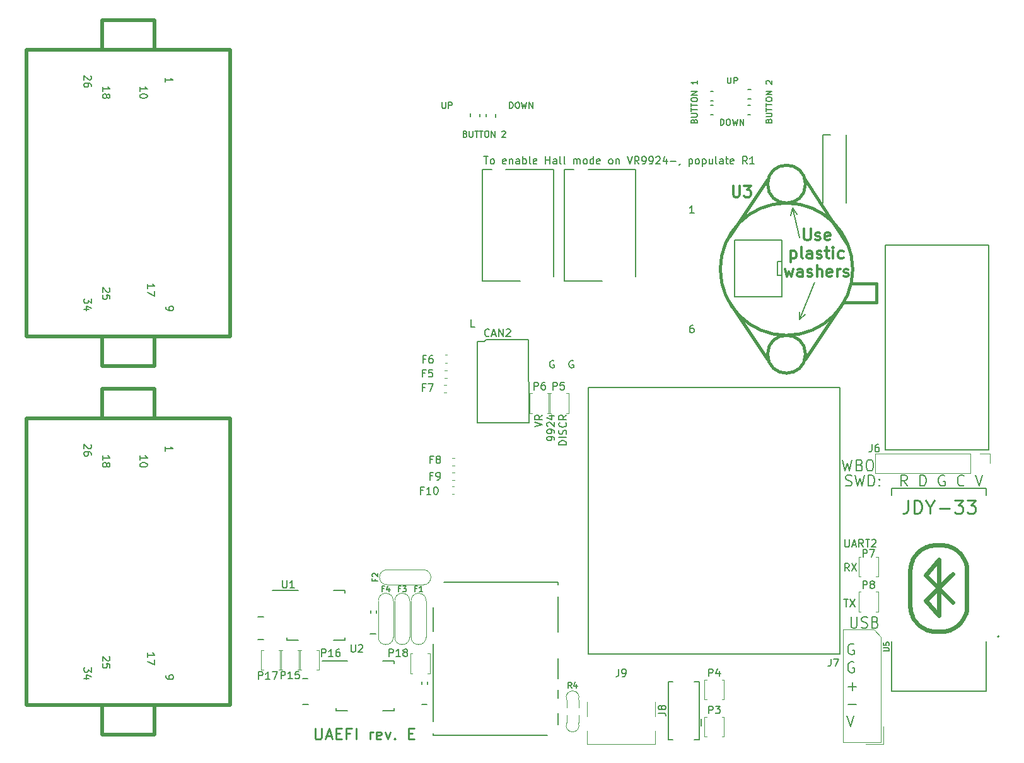
<source format=gto>
G04 #@! TF.GenerationSoftware,KiCad,Pcbnew,8.0.9-8.0.9-0~ubuntu24.04.1*
G04 #@! TF.CreationDate,2025-10-26T12:29:57+00:00*
G04 #@! TF.ProjectId,uaefi,75616566-692e-46b6-9963-61645f706362,E*
G04 #@! TF.SameCoordinates,Original*
G04 #@! TF.FileFunction,Legend,Top*
G04 #@! TF.FilePolarity,Positive*
%FSLAX46Y46*%
G04 Gerber Fmt 4.6, Leading zero omitted, Abs format (unit mm)*
G04 Created by KiCad (PCBNEW 8.0.9-8.0.9-0~ubuntu24.04.1) date 2025-10-26 12:29:57*
%MOMM*%
%LPD*%
G01*
G04 APERTURE LIST*
%ADD10C,0.170000*%
%ADD11C,0.200000*%
%ADD12C,0.150000*%
%ADD13C,0.250000*%
%ADD14C,0.127000*%
%ADD15C,0.304800*%
%ADD16C,0.120000*%
%ADD17C,0.500000*%
%ADD18C,0.203200*%
%ADD19C,0.631031*%
%ADD20C,0.099060*%
%ADD21C,0.381000*%
G04 APERTURE END LIST*
D10*
X92981284Y83920414D02*
X93020332Y84037557D01*
X93020332Y84037557D02*
X93059380Y84076604D01*
X93059380Y84076604D02*
X93137475Y84115652D01*
X93137475Y84115652D02*
X93254618Y84115652D01*
X93254618Y84115652D02*
X93332713Y84076604D01*
X93332713Y84076604D02*
X93371761Y84037557D01*
X93371761Y84037557D02*
X93410808Y83959462D01*
X93410808Y83959462D02*
X93410808Y83647081D01*
X93410808Y83647081D02*
X92590808Y83647081D01*
X92590808Y83647081D02*
X92590808Y83920414D01*
X92590808Y83920414D02*
X92629856Y83998509D01*
X92629856Y83998509D02*
X92668903Y84037557D01*
X92668903Y84037557D02*
X92746999Y84076604D01*
X92746999Y84076604D02*
X92825094Y84076604D01*
X92825094Y84076604D02*
X92903189Y84037557D01*
X92903189Y84037557D02*
X92942237Y83998509D01*
X92942237Y83998509D02*
X92981284Y83920414D01*
X92981284Y83920414D02*
X92981284Y83647081D01*
X92590808Y84467081D02*
X93254618Y84467081D01*
X93254618Y84467081D02*
X93332713Y84506128D01*
X93332713Y84506128D02*
X93371761Y84545176D01*
X93371761Y84545176D02*
X93410808Y84623271D01*
X93410808Y84623271D02*
X93410808Y84779462D01*
X93410808Y84779462D02*
X93371761Y84857557D01*
X93371761Y84857557D02*
X93332713Y84896604D01*
X93332713Y84896604D02*
X93254618Y84935652D01*
X93254618Y84935652D02*
X92590808Y84935652D01*
X92590808Y85208986D02*
X92590808Y85677557D01*
X93410808Y85443271D02*
X92590808Y85443271D01*
X92590808Y85833748D02*
X92590808Y86302319D01*
X93410808Y86068033D02*
X92590808Y86068033D01*
X92590808Y86731843D02*
X92590808Y86888034D01*
X92590808Y86888034D02*
X92629856Y86966129D01*
X92629856Y86966129D02*
X92707951Y87044224D01*
X92707951Y87044224D02*
X92864141Y87083272D01*
X92864141Y87083272D02*
X93137475Y87083272D01*
X93137475Y87083272D02*
X93293665Y87044224D01*
X93293665Y87044224D02*
X93371761Y86966129D01*
X93371761Y86966129D02*
X93410808Y86888034D01*
X93410808Y86888034D02*
X93410808Y86731843D01*
X93410808Y86731843D02*
X93371761Y86653748D01*
X93371761Y86653748D02*
X93293665Y86575653D01*
X93293665Y86575653D02*
X93137475Y86536605D01*
X93137475Y86536605D02*
X92864141Y86536605D01*
X92864141Y86536605D02*
X92707951Y86575653D01*
X92707951Y86575653D02*
X92629856Y86653748D01*
X92629856Y86653748D02*
X92590808Y86731843D01*
X93410808Y87434701D02*
X92590808Y87434701D01*
X92590808Y87434701D02*
X93410808Y87903272D01*
X93410808Y87903272D02*
X92590808Y87903272D01*
X93410808Y89348034D02*
X93410808Y88879463D01*
X93410808Y89113749D02*
X92590808Y89113749D01*
X92590808Y89113749D02*
X92707951Y89035653D01*
X92707951Y89035653D02*
X92786046Y88957558D01*
X92786046Y88957558D02*
X92825094Y88879463D01*
D11*
X114416836Y13612944D02*
X114283503Y13684373D01*
X114283503Y13684373D02*
X114083503Y13684373D01*
X114083503Y13684373D02*
X113883503Y13612944D01*
X113883503Y13612944D02*
X113750170Y13470087D01*
X113750170Y13470087D02*
X113683503Y13327230D01*
X113683503Y13327230D02*
X113616836Y13041516D01*
X113616836Y13041516D02*
X113616836Y12827230D01*
X113616836Y12827230D02*
X113683503Y12541516D01*
X113683503Y12541516D02*
X113750170Y12398659D01*
X113750170Y12398659D02*
X113883503Y12255801D01*
X113883503Y12255801D02*
X114083503Y12184373D01*
X114083503Y12184373D02*
X114216836Y12184373D01*
X114216836Y12184373D02*
X114416836Y12255801D01*
X114416836Y12255801D02*
X114483503Y12327230D01*
X114483503Y12327230D02*
X114483503Y12827230D01*
X114483503Y12827230D02*
X114216836Y12827230D01*
X114416836Y11198028D02*
X114283503Y11269457D01*
X114283503Y11269457D02*
X114083503Y11269457D01*
X114083503Y11269457D02*
X113883503Y11198028D01*
X113883503Y11198028D02*
X113750170Y11055171D01*
X113750170Y11055171D02*
X113683503Y10912314D01*
X113683503Y10912314D02*
X113616836Y10626600D01*
X113616836Y10626600D02*
X113616836Y10412314D01*
X113616836Y10412314D02*
X113683503Y10126600D01*
X113683503Y10126600D02*
X113750170Y9983743D01*
X113750170Y9983743D02*
X113883503Y9840885D01*
X113883503Y9840885D02*
X114083503Y9769457D01*
X114083503Y9769457D02*
X114216836Y9769457D01*
X114216836Y9769457D02*
X114416836Y9840885D01*
X114416836Y9840885D02*
X114483503Y9912314D01*
X114483503Y9912314D02*
X114483503Y10412314D01*
X114483503Y10412314D02*
X114216836Y10412314D01*
X113683503Y7925969D02*
X114750170Y7925969D01*
X114216836Y7354541D02*
X114216836Y8497398D01*
X113683503Y5511053D02*
X114750170Y5511053D01*
X113483503Y4024709D02*
X113950170Y2524709D01*
X113950170Y2524709D02*
X114416836Y4024709D01*
D12*
X113219266Y27680041D02*
X113219266Y26870518D01*
X113219266Y26870518D02*
X113266885Y26775280D01*
X113266885Y26775280D02*
X113314504Y26727660D01*
X113314504Y26727660D02*
X113409742Y26680041D01*
X113409742Y26680041D02*
X113600218Y26680041D01*
X113600218Y26680041D02*
X113695456Y26727660D01*
X113695456Y26727660D02*
X113743075Y26775280D01*
X113743075Y26775280D02*
X113790694Y26870518D01*
X113790694Y26870518D02*
X113790694Y27680041D01*
X114219266Y26965756D02*
X114695456Y26965756D01*
X114124028Y26680041D02*
X114457361Y27680041D01*
X114457361Y27680041D02*
X114790694Y26680041D01*
X115695456Y26680041D02*
X115362123Y27156232D01*
X115124028Y26680041D02*
X115124028Y27680041D01*
X115124028Y27680041D02*
X115504980Y27680041D01*
X115504980Y27680041D02*
X115600218Y27632422D01*
X115600218Y27632422D02*
X115647837Y27584803D01*
X115647837Y27584803D02*
X115695456Y27489565D01*
X115695456Y27489565D02*
X115695456Y27346708D01*
X115695456Y27346708D02*
X115647837Y27251470D01*
X115647837Y27251470D02*
X115600218Y27203851D01*
X115600218Y27203851D02*
X115504980Y27156232D01*
X115504980Y27156232D02*
X115124028Y27156232D01*
X115981171Y27680041D02*
X116552599Y27680041D01*
X116266885Y26680041D02*
X116266885Y27680041D01*
X116838314Y27584803D02*
X116885933Y27632422D01*
X116885933Y27632422D02*
X116981171Y27680041D01*
X116981171Y27680041D02*
X117219266Y27680041D01*
X117219266Y27680041D02*
X117314504Y27632422D01*
X117314504Y27632422D02*
X117362123Y27584803D01*
X117362123Y27584803D02*
X117409742Y27489565D01*
X117409742Y27489565D02*
X117409742Y27394327D01*
X117409742Y27394327D02*
X117362123Y27251470D01*
X117362123Y27251470D02*
X116790695Y26680041D01*
X116790695Y26680041D02*
X117409742Y26680041D01*
X113790694Y23460153D02*
X113457361Y23936344D01*
X113219266Y23460153D02*
X113219266Y24460153D01*
X113219266Y24460153D02*
X113600218Y24460153D01*
X113600218Y24460153D02*
X113695456Y24412534D01*
X113695456Y24412534D02*
X113743075Y24364915D01*
X113743075Y24364915D02*
X113790694Y24269677D01*
X113790694Y24269677D02*
X113790694Y24126820D01*
X113790694Y24126820D02*
X113743075Y24031582D01*
X113743075Y24031582D02*
X113695456Y23983963D01*
X113695456Y23983963D02*
X113600218Y23936344D01*
X113600218Y23936344D02*
X113219266Y23936344D01*
X114124028Y24460153D02*
X114790694Y23460153D01*
X114790694Y24460153D02*
X114124028Y23460153D01*
X113076409Y19630321D02*
X113647837Y19630321D01*
X113362123Y18630321D02*
X113362123Y19630321D01*
X113885933Y19630321D02*
X114552599Y18630321D01*
X114552599Y19630321D02*
X113885933Y18630321D01*
D10*
X97467080Y89789192D02*
X97467080Y89125382D01*
X97467080Y89125382D02*
X97506127Y89047287D01*
X97506127Y89047287D02*
X97545175Y89008239D01*
X97545175Y89008239D02*
X97623270Y88969192D01*
X97623270Y88969192D02*
X97779461Y88969192D01*
X97779461Y88969192D02*
X97857556Y89008239D01*
X97857556Y89008239D02*
X97896603Y89047287D01*
X97896603Y89047287D02*
X97935651Y89125382D01*
X97935651Y89125382D02*
X97935651Y89789192D01*
X98326128Y88969192D02*
X98326128Y89789192D01*
X98326128Y89789192D02*
X98638509Y89789192D01*
X98638509Y89789192D02*
X98716604Y89750144D01*
X98716604Y89750144D02*
X98755651Y89711097D01*
X98755651Y89711097D02*
X98794699Y89633001D01*
X98794699Y89633001D02*
X98794699Y89515859D01*
X98794699Y89515859D02*
X98755651Y89437763D01*
X98755651Y89437763D02*
X98716604Y89398716D01*
X98716604Y89398716D02*
X98638509Y89359668D01*
X98638509Y89359668D02*
X98326128Y89359668D01*
D12*
X71609605Y42819412D02*
X72609605Y43152745D01*
X72609605Y43152745D02*
X71609605Y43486078D01*
X72609605Y44390840D02*
X72133414Y44057507D01*
X72609605Y43819412D02*
X71609605Y43819412D01*
X71609605Y43819412D02*
X71609605Y44200364D01*
X71609605Y44200364D02*
X71657224Y44295602D01*
X71657224Y44295602D02*
X71704843Y44343221D01*
X71704843Y44343221D02*
X71800081Y44390840D01*
X71800081Y44390840D02*
X71942938Y44390840D01*
X71942938Y44390840D02*
X72038176Y44343221D01*
X72038176Y44343221D02*
X72085795Y44295602D01*
X72085795Y44295602D02*
X72133414Y44200364D01*
X72133414Y44200364D02*
X72133414Y43819412D01*
X74219549Y41057507D02*
X74219549Y41247983D01*
X74219549Y41247983D02*
X74171930Y41343221D01*
X74171930Y41343221D02*
X74124310Y41390840D01*
X74124310Y41390840D02*
X73981453Y41486078D01*
X73981453Y41486078D02*
X73790977Y41533697D01*
X73790977Y41533697D02*
X73410025Y41533697D01*
X73410025Y41533697D02*
X73314787Y41486078D01*
X73314787Y41486078D02*
X73267168Y41438459D01*
X73267168Y41438459D02*
X73219549Y41343221D01*
X73219549Y41343221D02*
X73219549Y41152745D01*
X73219549Y41152745D02*
X73267168Y41057507D01*
X73267168Y41057507D02*
X73314787Y41009888D01*
X73314787Y41009888D02*
X73410025Y40962269D01*
X73410025Y40962269D02*
X73648120Y40962269D01*
X73648120Y40962269D02*
X73743358Y41009888D01*
X73743358Y41009888D02*
X73790977Y41057507D01*
X73790977Y41057507D02*
X73838596Y41152745D01*
X73838596Y41152745D02*
X73838596Y41343221D01*
X73838596Y41343221D02*
X73790977Y41438459D01*
X73790977Y41438459D02*
X73743358Y41486078D01*
X73743358Y41486078D02*
X73648120Y41533697D01*
X74219549Y42009888D02*
X74219549Y42200364D01*
X74219549Y42200364D02*
X74171930Y42295602D01*
X74171930Y42295602D02*
X74124310Y42343221D01*
X74124310Y42343221D02*
X73981453Y42438459D01*
X73981453Y42438459D02*
X73790977Y42486078D01*
X73790977Y42486078D02*
X73410025Y42486078D01*
X73410025Y42486078D02*
X73314787Y42438459D01*
X73314787Y42438459D02*
X73267168Y42390840D01*
X73267168Y42390840D02*
X73219549Y42295602D01*
X73219549Y42295602D02*
X73219549Y42105126D01*
X73219549Y42105126D02*
X73267168Y42009888D01*
X73267168Y42009888D02*
X73314787Y41962269D01*
X73314787Y41962269D02*
X73410025Y41914650D01*
X73410025Y41914650D02*
X73648120Y41914650D01*
X73648120Y41914650D02*
X73743358Y41962269D01*
X73743358Y41962269D02*
X73790977Y42009888D01*
X73790977Y42009888D02*
X73838596Y42105126D01*
X73838596Y42105126D02*
X73838596Y42295602D01*
X73838596Y42295602D02*
X73790977Y42390840D01*
X73790977Y42390840D02*
X73743358Y42438459D01*
X73743358Y42438459D02*
X73648120Y42486078D01*
X73314787Y42867031D02*
X73267168Y42914650D01*
X73267168Y42914650D02*
X73219549Y43009888D01*
X73219549Y43009888D02*
X73219549Y43247983D01*
X73219549Y43247983D02*
X73267168Y43343221D01*
X73267168Y43343221D02*
X73314787Y43390840D01*
X73314787Y43390840D02*
X73410025Y43438459D01*
X73410025Y43438459D02*
X73505263Y43438459D01*
X73505263Y43438459D02*
X73648120Y43390840D01*
X73648120Y43390840D02*
X74219549Y42819412D01*
X74219549Y42819412D02*
X74219549Y43438459D01*
X73552882Y44295602D02*
X74219549Y44295602D01*
X73171930Y44057507D02*
X73886215Y43819412D01*
X73886215Y43819412D02*
X73886215Y44438459D01*
X75829493Y40390841D02*
X74829493Y40390841D01*
X74829493Y40390841D02*
X74829493Y40628936D01*
X74829493Y40628936D02*
X74877112Y40771793D01*
X74877112Y40771793D02*
X74972350Y40867031D01*
X74972350Y40867031D02*
X75067588Y40914650D01*
X75067588Y40914650D02*
X75258064Y40962269D01*
X75258064Y40962269D02*
X75400921Y40962269D01*
X75400921Y40962269D02*
X75591397Y40914650D01*
X75591397Y40914650D02*
X75686635Y40867031D01*
X75686635Y40867031D02*
X75781874Y40771793D01*
X75781874Y40771793D02*
X75829493Y40628936D01*
X75829493Y40628936D02*
X75829493Y40390841D01*
X75829493Y41390841D02*
X74829493Y41390841D01*
X75781874Y41819412D02*
X75829493Y41962269D01*
X75829493Y41962269D02*
X75829493Y42200364D01*
X75829493Y42200364D02*
X75781874Y42295602D01*
X75781874Y42295602D02*
X75734254Y42343221D01*
X75734254Y42343221D02*
X75639016Y42390840D01*
X75639016Y42390840D02*
X75543778Y42390840D01*
X75543778Y42390840D02*
X75448540Y42343221D01*
X75448540Y42343221D02*
X75400921Y42295602D01*
X75400921Y42295602D02*
X75353302Y42200364D01*
X75353302Y42200364D02*
X75305683Y42009888D01*
X75305683Y42009888D02*
X75258064Y41914650D01*
X75258064Y41914650D02*
X75210445Y41867031D01*
X75210445Y41867031D02*
X75115207Y41819412D01*
X75115207Y41819412D02*
X75019969Y41819412D01*
X75019969Y41819412D02*
X74924731Y41867031D01*
X74924731Y41867031D02*
X74877112Y41914650D01*
X74877112Y41914650D02*
X74829493Y42009888D01*
X74829493Y42009888D02*
X74829493Y42247983D01*
X74829493Y42247983D02*
X74877112Y42390840D01*
X75734254Y43390840D02*
X75781874Y43343221D01*
X75781874Y43343221D02*
X75829493Y43200364D01*
X75829493Y43200364D02*
X75829493Y43105126D01*
X75829493Y43105126D02*
X75781874Y42962269D01*
X75781874Y42962269D02*
X75686635Y42867031D01*
X75686635Y42867031D02*
X75591397Y42819412D01*
X75591397Y42819412D02*
X75400921Y42771793D01*
X75400921Y42771793D02*
X75258064Y42771793D01*
X75258064Y42771793D02*
X75067588Y42819412D01*
X75067588Y42819412D02*
X74972350Y42867031D01*
X74972350Y42867031D02*
X74877112Y42962269D01*
X74877112Y42962269D02*
X74829493Y43105126D01*
X74829493Y43105126D02*
X74829493Y43200364D01*
X74829493Y43200364D02*
X74877112Y43343221D01*
X74877112Y43343221D02*
X74924731Y43390840D01*
X75829493Y44390840D02*
X75353302Y44057507D01*
X75829493Y43819412D02*
X74829493Y43819412D01*
X74829493Y43819412D02*
X74829493Y44200364D01*
X74829493Y44200364D02*
X74877112Y44295602D01*
X74877112Y44295602D02*
X74924731Y44343221D01*
X74924731Y44343221D02*
X75019969Y44390840D01*
X75019969Y44390840D02*
X75162826Y44390840D01*
X75162826Y44390840D02*
X75258064Y44343221D01*
X75258064Y44343221D02*
X75305683Y44295602D01*
X75305683Y44295602D02*
X75353302Y44200364D01*
X75353302Y44200364D02*
X75353302Y43819412D01*
D10*
X59137080Y86439192D02*
X59137080Y85775382D01*
X59137080Y85775382D02*
X59176127Y85697287D01*
X59176127Y85697287D02*
X59215175Y85658239D01*
X59215175Y85658239D02*
X59293270Y85619192D01*
X59293270Y85619192D02*
X59449461Y85619192D01*
X59449461Y85619192D02*
X59527556Y85658239D01*
X59527556Y85658239D02*
X59566603Y85697287D01*
X59566603Y85697287D02*
X59605651Y85775382D01*
X59605651Y85775382D02*
X59605651Y86439192D01*
X59996128Y85619192D02*
X59996128Y86439192D01*
X59996128Y86439192D02*
X60308509Y86439192D01*
X60308509Y86439192D02*
X60386604Y86400144D01*
X60386604Y86400144D02*
X60425651Y86361097D01*
X60425651Y86361097D02*
X60464699Y86283001D01*
X60464699Y86283001D02*
X60464699Y86165859D01*
X60464699Y86165859D02*
X60425651Y86087763D01*
X60425651Y86087763D02*
X60386604Y86048716D01*
X60386604Y86048716D02*
X60308509Y86009668D01*
X60308509Y86009668D02*
X59996128Y86009668D01*
D11*
X113290255Y34936179D02*
X113497398Y34864751D01*
X113497398Y34864751D02*
X113842636Y34864751D01*
X113842636Y34864751D02*
X113980731Y34936179D01*
X113980731Y34936179D02*
X114049779Y35007608D01*
X114049779Y35007608D02*
X114118826Y35150465D01*
X114118826Y35150465D02*
X114118826Y35293322D01*
X114118826Y35293322D02*
X114049779Y35436179D01*
X114049779Y35436179D02*
X113980731Y35507608D01*
X113980731Y35507608D02*
X113842636Y35579037D01*
X113842636Y35579037D02*
X113566445Y35650465D01*
X113566445Y35650465D02*
X113428350Y35721894D01*
X113428350Y35721894D02*
X113359303Y35793322D01*
X113359303Y35793322D02*
X113290255Y35936179D01*
X113290255Y35936179D02*
X113290255Y36079037D01*
X113290255Y36079037D02*
X113359303Y36221894D01*
X113359303Y36221894D02*
X113428350Y36293322D01*
X113428350Y36293322D02*
X113566445Y36364751D01*
X113566445Y36364751D02*
X113911684Y36364751D01*
X113911684Y36364751D02*
X114118826Y36293322D01*
X114602159Y36364751D02*
X114947397Y34864751D01*
X114947397Y34864751D02*
X115223588Y35936179D01*
X115223588Y35936179D02*
X115499778Y34864751D01*
X115499778Y34864751D02*
X115845017Y36364751D01*
X116397398Y34864751D02*
X116397398Y36364751D01*
X116397398Y36364751D02*
X116742636Y36364751D01*
X116742636Y36364751D02*
X116949779Y36293322D01*
X116949779Y36293322D02*
X117087874Y36150465D01*
X117087874Y36150465D02*
X117156921Y36007608D01*
X117156921Y36007608D02*
X117225969Y35721894D01*
X117225969Y35721894D02*
X117225969Y35507608D01*
X117225969Y35507608D02*
X117156921Y35221894D01*
X117156921Y35221894D02*
X117087874Y35079037D01*
X117087874Y35079037D02*
X116949779Y34936179D01*
X116949779Y34936179D02*
X116742636Y34864751D01*
X116742636Y34864751D02*
X116397398Y34864751D01*
X117847398Y35007608D02*
X117916445Y34936179D01*
X117916445Y34936179D02*
X117847398Y34864751D01*
X117847398Y34864751D02*
X117778350Y34936179D01*
X117778350Y34936179D02*
X117847398Y35007608D01*
X117847398Y35007608D02*
X117847398Y34864751D01*
X117847398Y35793322D02*
X117916445Y35721894D01*
X117916445Y35721894D02*
X117847398Y35650465D01*
X117847398Y35650465D02*
X117778350Y35721894D01*
X117778350Y35721894D02*
X117847398Y35793322D01*
X117847398Y35793322D02*
X117847398Y35650465D01*
X121575969Y34864751D02*
X121092636Y35579037D01*
X120747398Y34864751D02*
X120747398Y36364751D01*
X120747398Y36364751D02*
X121299779Y36364751D01*
X121299779Y36364751D02*
X121437874Y36293322D01*
X121437874Y36293322D02*
X121506921Y36221894D01*
X121506921Y36221894D02*
X121575969Y36079037D01*
X121575969Y36079037D02*
X121575969Y35864751D01*
X121575969Y35864751D02*
X121506921Y35721894D01*
X121506921Y35721894D02*
X121437874Y35650465D01*
X121437874Y35650465D02*
X121299779Y35579037D01*
X121299779Y35579037D02*
X120747398Y35579037D01*
X123302160Y34864751D02*
X123302160Y36364751D01*
X123302160Y36364751D02*
X123647398Y36364751D01*
X123647398Y36364751D02*
X123854541Y36293322D01*
X123854541Y36293322D02*
X123992636Y36150465D01*
X123992636Y36150465D02*
X124061683Y36007608D01*
X124061683Y36007608D02*
X124130731Y35721894D01*
X124130731Y35721894D02*
X124130731Y35507608D01*
X124130731Y35507608D02*
X124061683Y35221894D01*
X124061683Y35221894D02*
X123992636Y35079037D01*
X123992636Y35079037D02*
X123854541Y34936179D01*
X123854541Y34936179D02*
X123647398Y34864751D01*
X123647398Y34864751D02*
X123302160Y34864751D01*
X126616445Y36293322D02*
X126478350Y36364751D01*
X126478350Y36364751D02*
X126271207Y36364751D01*
X126271207Y36364751D02*
X126064064Y36293322D01*
X126064064Y36293322D02*
X125925969Y36150465D01*
X125925969Y36150465D02*
X125856922Y36007608D01*
X125856922Y36007608D02*
X125787874Y35721894D01*
X125787874Y35721894D02*
X125787874Y35507608D01*
X125787874Y35507608D02*
X125856922Y35221894D01*
X125856922Y35221894D02*
X125925969Y35079037D01*
X125925969Y35079037D02*
X126064064Y34936179D01*
X126064064Y34936179D02*
X126271207Y34864751D01*
X126271207Y34864751D02*
X126409303Y34864751D01*
X126409303Y34864751D02*
X126616445Y34936179D01*
X126616445Y34936179D02*
X126685493Y35007608D01*
X126685493Y35007608D02*
X126685493Y35507608D01*
X126685493Y35507608D02*
X126409303Y35507608D01*
X129240255Y35007608D02*
X129171207Y34936179D01*
X129171207Y34936179D02*
X128964065Y34864751D01*
X128964065Y34864751D02*
X128825969Y34864751D01*
X128825969Y34864751D02*
X128618826Y34936179D01*
X128618826Y34936179D02*
X128480731Y35079037D01*
X128480731Y35079037D02*
X128411684Y35221894D01*
X128411684Y35221894D02*
X128342636Y35507608D01*
X128342636Y35507608D02*
X128342636Y35721894D01*
X128342636Y35721894D02*
X128411684Y36007608D01*
X128411684Y36007608D02*
X128480731Y36150465D01*
X128480731Y36150465D02*
X128618826Y36293322D01*
X128618826Y36293322D02*
X128825969Y36364751D01*
X128825969Y36364751D02*
X128964065Y36364751D01*
X128964065Y36364751D02*
X129171207Y36293322D01*
X129171207Y36293322D02*
X129240255Y36221894D01*
X130759303Y36364751D02*
X131242636Y34864751D01*
X131242636Y34864751D02*
X131725969Y36364751D01*
D10*
X96527080Y83349192D02*
X96527080Y84169192D01*
X96527080Y84169192D02*
X96722318Y84169192D01*
X96722318Y84169192D02*
X96839461Y84130144D01*
X96839461Y84130144D02*
X96917556Y84052049D01*
X96917556Y84052049D02*
X96956603Y83973954D01*
X96956603Y83973954D02*
X96995651Y83817763D01*
X96995651Y83817763D02*
X96995651Y83700620D01*
X96995651Y83700620D02*
X96956603Y83544430D01*
X96956603Y83544430D02*
X96917556Y83466335D01*
X96917556Y83466335D02*
X96839461Y83388239D01*
X96839461Y83388239D02*
X96722318Y83349192D01*
X96722318Y83349192D02*
X96527080Y83349192D01*
X97503270Y84169192D02*
X97659461Y84169192D01*
X97659461Y84169192D02*
X97737556Y84130144D01*
X97737556Y84130144D02*
X97815651Y84052049D01*
X97815651Y84052049D02*
X97854699Y83895859D01*
X97854699Y83895859D02*
X97854699Y83622525D01*
X97854699Y83622525D02*
X97815651Y83466335D01*
X97815651Y83466335D02*
X97737556Y83388239D01*
X97737556Y83388239D02*
X97659461Y83349192D01*
X97659461Y83349192D02*
X97503270Y83349192D01*
X97503270Y83349192D02*
X97425175Y83388239D01*
X97425175Y83388239D02*
X97347080Y83466335D01*
X97347080Y83466335D02*
X97308032Y83622525D01*
X97308032Y83622525D02*
X97308032Y83895859D01*
X97308032Y83895859D02*
X97347080Y84052049D01*
X97347080Y84052049D02*
X97425175Y84130144D01*
X97425175Y84130144D02*
X97503270Y84169192D01*
X98128032Y84169192D02*
X98323270Y83349192D01*
X98323270Y83349192D02*
X98479461Y83934906D01*
X98479461Y83934906D02*
X98635651Y83349192D01*
X98635651Y83349192D02*
X98830890Y84169192D01*
X99143271Y83349192D02*
X99143271Y84169192D01*
X99143271Y84169192D02*
X99611842Y83349192D01*
X99611842Y83349192D02*
X99611842Y84169192D01*
D12*
X76744391Y51707562D02*
X76649153Y51755181D01*
X76649153Y51755181D02*
X76506296Y51755181D01*
X76506296Y51755181D02*
X76363439Y51707562D01*
X76363439Y51707562D02*
X76268201Y51612324D01*
X76268201Y51612324D02*
X76220582Y51517086D01*
X76220582Y51517086D02*
X76172963Y51326610D01*
X76172963Y51326610D02*
X76172963Y51183753D01*
X76172963Y51183753D02*
X76220582Y50993277D01*
X76220582Y50993277D02*
X76268201Y50898039D01*
X76268201Y50898039D02*
X76363439Y50802800D01*
X76363439Y50802800D02*
X76506296Y50755181D01*
X76506296Y50755181D02*
X76601534Y50755181D01*
X76601534Y50755181D02*
X76744391Y50802800D01*
X76744391Y50802800D02*
X76792010Y50850420D01*
X76792010Y50850420D02*
X76792010Y51183753D01*
X76792010Y51183753D02*
X76601534Y51183753D01*
D11*
X114047398Y17303972D02*
X114047398Y16089686D01*
X114047398Y16089686D02*
X114114065Y15946829D01*
X114114065Y15946829D02*
X114180731Y15875400D01*
X114180731Y15875400D02*
X114314065Y15803972D01*
X114314065Y15803972D02*
X114580731Y15803972D01*
X114580731Y15803972D02*
X114714065Y15875400D01*
X114714065Y15875400D02*
X114780731Y15946829D01*
X114780731Y15946829D02*
X114847398Y16089686D01*
X114847398Y16089686D02*
X114847398Y17303972D01*
X115447398Y15875400D02*
X115647398Y15803972D01*
X115647398Y15803972D02*
X115980732Y15803972D01*
X115980732Y15803972D02*
X116114065Y15875400D01*
X116114065Y15875400D02*
X116180732Y15946829D01*
X116180732Y15946829D02*
X116247398Y16089686D01*
X116247398Y16089686D02*
X116247398Y16232543D01*
X116247398Y16232543D02*
X116180732Y16375400D01*
X116180732Y16375400D02*
X116114065Y16446829D01*
X116114065Y16446829D02*
X115980732Y16518258D01*
X115980732Y16518258D02*
X115714065Y16589686D01*
X115714065Y16589686D02*
X115580732Y16661115D01*
X115580732Y16661115D02*
X115514065Y16732543D01*
X115514065Y16732543D02*
X115447398Y16875400D01*
X115447398Y16875400D02*
X115447398Y17018258D01*
X115447398Y17018258D02*
X115514065Y17161115D01*
X115514065Y17161115D02*
X115580732Y17232543D01*
X115580732Y17232543D02*
X115714065Y17303972D01*
X115714065Y17303972D02*
X116047398Y17303972D01*
X116047398Y17303972D02*
X116247398Y17232543D01*
X117314065Y16589686D02*
X117514065Y16518258D01*
X117514065Y16518258D02*
X117580731Y16446829D01*
X117580731Y16446829D02*
X117647398Y16303972D01*
X117647398Y16303972D02*
X117647398Y16089686D01*
X117647398Y16089686D02*
X117580731Y15946829D01*
X117580731Y15946829D02*
X117514065Y15875400D01*
X117514065Y15875400D02*
X117380731Y15803972D01*
X117380731Y15803972D02*
X116847398Y15803972D01*
X116847398Y15803972D02*
X116847398Y17303972D01*
X116847398Y17303972D02*
X117314065Y17303972D01*
X117314065Y17303972D02*
X117447398Y17232543D01*
X117447398Y17232543D02*
X117514065Y17161115D01*
X117514065Y17161115D02*
X117580731Y17018258D01*
X117580731Y17018258D02*
X117580731Y16875400D01*
X117580731Y16875400D02*
X117514065Y16732543D01*
X117514065Y16732543D02*
X117447398Y16661115D01*
X117447398Y16661115D02*
X117314065Y16589686D01*
X117314065Y16589686D02*
X116847398Y16589686D01*
D12*
X64756409Y79140181D02*
X65327837Y79140181D01*
X65042123Y78140181D02*
X65042123Y79140181D01*
X65804028Y78140181D02*
X65708790Y78187800D01*
X65708790Y78187800D02*
X65661171Y78235420D01*
X65661171Y78235420D02*
X65613552Y78330658D01*
X65613552Y78330658D02*
X65613552Y78616372D01*
X65613552Y78616372D02*
X65661171Y78711610D01*
X65661171Y78711610D02*
X65708790Y78759229D01*
X65708790Y78759229D02*
X65804028Y78806848D01*
X65804028Y78806848D02*
X65946885Y78806848D01*
X65946885Y78806848D02*
X66042123Y78759229D01*
X66042123Y78759229D02*
X66089742Y78711610D01*
X66089742Y78711610D02*
X66137361Y78616372D01*
X66137361Y78616372D02*
X66137361Y78330658D01*
X66137361Y78330658D02*
X66089742Y78235420D01*
X66089742Y78235420D02*
X66042123Y78187800D01*
X66042123Y78187800D02*
X65946885Y78140181D01*
X65946885Y78140181D02*
X65804028Y78140181D01*
X67708790Y78187800D02*
X67613552Y78140181D01*
X67613552Y78140181D02*
X67423076Y78140181D01*
X67423076Y78140181D02*
X67327838Y78187800D01*
X67327838Y78187800D02*
X67280219Y78283039D01*
X67280219Y78283039D02*
X67280219Y78663991D01*
X67280219Y78663991D02*
X67327838Y78759229D01*
X67327838Y78759229D02*
X67423076Y78806848D01*
X67423076Y78806848D02*
X67613552Y78806848D01*
X67613552Y78806848D02*
X67708790Y78759229D01*
X67708790Y78759229D02*
X67756409Y78663991D01*
X67756409Y78663991D02*
X67756409Y78568753D01*
X67756409Y78568753D02*
X67280219Y78473515D01*
X68184981Y78806848D02*
X68184981Y78140181D01*
X68184981Y78711610D02*
X68232600Y78759229D01*
X68232600Y78759229D02*
X68327838Y78806848D01*
X68327838Y78806848D02*
X68470695Y78806848D01*
X68470695Y78806848D02*
X68565933Y78759229D01*
X68565933Y78759229D02*
X68613552Y78663991D01*
X68613552Y78663991D02*
X68613552Y78140181D01*
X69518314Y78140181D02*
X69518314Y78663991D01*
X69518314Y78663991D02*
X69470695Y78759229D01*
X69470695Y78759229D02*
X69375457Y78806848D01*
X69375457Y78806848D02*
X69184981Y78806848D01*
X69184981Y78806848D02*
X69089743Y78759229D01*
X69518314Y78187800D02*
X69423076Y78140181D01*
X69423076Y78140181D02*
X69184981Y78140181D01*
X69184981Y78140181D02*
X69089743Y78187800D01*
X69089743Y78187800D02*
X69042124Y78283039D01*
X69042124Y78283039D02*
X69042124Y78378277D01*
X69042124Y78378277D02*
X69089743Y78473515D01*
X69089743Y78473515D02*
X69184981Y78521134D01*
X69184981Y78521134D02*
X69423076Y78521134D01*
X69423076Y78521134D02*
X69518314Y78568753D01*
X69994505Y78140181D02*
X69994505Y79140181D01*
X69994505Y78759229D02*
X70089743Y78806848D01*
X70089743Y78806848D02*
X70280219Y78806848D01*
X70280219Y78806848D02*
X70375457Y78759229D01*
X70375457Y78759229D02*
X70423076Y78711610D01*
X70423076Y78711610D02*
X70470695Y78616372D01*
X70470695Y78616372D02*
X70470695Y78330658D01*
X70470695Y78330658D02*
X70423076Y78235420D01*
X70423076Y78235420D02*
X70375457Y78187800D01*
X70375457Y78187800D02*
X70280219Y78140181D01*
X70280219Y78140181D02*
X70089743Y78140181D01*
X70089743Y78140181D02*
X69994505Y78187800D01*
X71042124Y78140181D02*
X70946886Y78187800D01*
X70946886Y78187800D02*
X70899267Y78283039D01*
X70899267Y78283039D02*
X70899267Y79140181D01*
X71804029Y78187800D02*
X71708791Y78140181D01*
X71708791Y78140181D02*
X71518315Y78140181D01*
X71518315Y78140181D02*
X71423077Y78187800D01*
X71423077Y78187800D02*
X71375458Y78283039D01*
X71375458Y78283039D02*
X71375458Y78663991D01*
X71375458Y78663991D02*
X71423077Y78759229D01*
X71423077Y78759229D02*
X71518315Y78806848D01*
X71518315Y78806848D02*
X71708791Y78806848D01*
X71708791Y78806848D02*
X71804029Y78759229D01*
X71804029Y78759229D02*
X71851648Y78663991D01*
X71851648Y78663991D02*
X71851648Y78568753D01*
X71851648Y78568753D02*
X71375458Y78473515D01*
X73042125Y78140181D02*
X73042125Y79140181D01*
X73042125Y78663991D02*
X73613553Y78663991D01*
X73613553Y78140181D02*
X73613553Y79140181D01*
X74518315Y78140181D02*
X74518315Y78663991D01*
X74518315Y78663991D02*
X74470696Y78759229D01*
X74470696Y78759229D02*
X74375458Y78806848D01*
X74375458Y78806848D02*
X74184982Y78806848D01*
X74184982Y78806848D02*
X74089744Y78759229D01*
X74518315Y78187800D02*
X74423077Y78140181D01*
X74423077Y78140181D02*
X74184982Y78140181D01*
X74184982Y78140181D02*
X74089744Y78187800D01*
X74089744Y78187800D02*
X74042125Y78283039D01*
X74042125Y78283039D02*
X74042125Y78378277D01*
X74042125Y78378277D02*
X74089744Y78473515D01*
X74089744Y78473515D02*
X74184982Y78521134D01*
X74184982Y78521134D02*
X74423077Y78521134D01*
X74423077Y78521134D02*
X74518315Y78568753D01*
X75137363Y78140181D02*
X75042125Y78187800D01*
X75042125Y78187800D02*
X74994506Y78283039D01*
X74994506Y78283039D02*
X74994506Y79140181D01*
X75661173Y78140181D02*
X75565935Y78187800D01*
X75565935Y78187800D02*
X75518316Y78283039D01*
X75518316Y78283039D02*
X75518316Y79140181D01*
X76804031Y78140181D02*
X76804031Y78806848D01*
X76804031Y78711610D02*
X76851650Y78759229D01*
X76851650Y78759229D02*
X76946888Y78806848D01*
X76946888Y78806848D02*
X77089745Y78806848D01*
X77089745Y78806848D02*
X77184983Y78759229D01*
X77184983Y78759229D02*
X77232602Y78663991D01*
X77232602Y78663991D02*
X77232602Y78140181D01*
X77232602Y78663991D02*
X77280221Y78759229D01*
X77280221Y78759229D02*
X77375459Y78806848D01*
X77375459Y78806848D02*
X77518316Y78806848D01*
X77518316Y78806848D02*
X77613555Y78759229D01*
X77613555Y78759229D02*
X77661174Y78663991D01*
X77661174Y78663991D02*
X77661174Y78140181D01*
X78280221Y78140181D02*
X78184983Y78187800D01*
X78184983Y78187800D02*
X78137364Y78235420D01*
X78137364Y78235420D02*
X78089745Y78330658D01*
X78089745Y78330658D02*
X78089745Y78616372D01*
X78089745Y78616372D02*
X78137364Y78711610D01*
X78137364Y78711610D02*
X78184983Y78759229D01*
X78184983Y78759229D02*
X78280221Y78806848D01*
X78280221Y78806848D02*
X78423078Y78806848D01*
X78423078Y78806848D02*
X78518316Y78759229D01*
X78518316Y78759229D02*
X78565935Y78711610D01*
X78565935Y78711610D02*
X78613554Y78616372D01*
X78613554Y78616372D02*
X78613554Y78330658D01*
X78613554Y78330658D02*
X78565935Y78235420D01*
X78565935Y78235420D02*
X78518316Y78187800D01*
X78518316Y78187800D02*
X78423078Y78140181D01*
X78423078Y78140181D02*
X78280221Y78140181D01*
X79470697Y78140181D02*
X79470697Y79140181D01*
X79470697Y78187800D02*
X79375459Y78140181D01*
X79375459Y78140181D02*
X79184983Y78140181D01*
X79184983Y78140181D02*
X79089745Y78187800D01*
X79089745Y78187800D02*
X79042126Y78235420D01*
X79042126Y78235420D02*
X78994507Y78330658D01*
X78994507Y78330658D02*
X78994507Y78616372D01*
X78994507Y78616372D02*
X79042126Y78711610D01*
X79042126Y78711610D02*
X79089745Y78759229D01*
X79089745Y78759229D02*
X79184983Y78806848D01*
X79184983Y78806848D02*
X79375459Y78806848D01*
X79375459Y78806848D02*
X79470697Y78759229D01*
X80327840Y78187800D02*
X80232602Y78140181D01*
X80232602Y78140181D02*
X80042126Y78140181D01*
X80042126Y78140181D02*
X79946888Y78187800D01*
X79946888Y78187800D02*
X79899269Y78283039D01*
X79899269Y78283039D02*
X79899269Y78663991D01*
X79899269Y78663991D02*
X79946888Y78759229D01*
X79946888Y78759229D02*
X80042126Y78806848D01*
X80042126Y78806848D02*
X80232602Y78806848D01*
X80232602Y78806848D02*
X80327840Y78759229D01*
X80327840Y78759229D02*
X80375459Y78663991D01*
X80375459Y78663991D02*
X80375459Y78568753D01*
X80375459Y78568753D02*
X79899269Y78473515D01*
X81708793Y78140181D02*
X81613555Y78187800D01*
X81613555Y78187800D02*
X81565936Y78235420D01*
X81565936Y78235420D02*
X81518317Y78330658D01*
X81518317Y78330658D02*
X81518317Y78616372D01*
X81518317Y78616372D02*
X81565936Y78711610D01*
X81565936Y78711610D02*
X81613555Y78759229D01*
X81613555Y78759229D02*
X81708793Y78806848D01*
X81708793Y78806848D02*
X81851650Y78806848D01*
X81851650Y78806848D02*
X81946888Y78759229D01*
X81946888Y78759229D02*
X81994507Y78711610D01*
X81994507Y78711610D02*
X82042126Y78616372D01*
X82042126Y78616372D02*
X82042126Y78330658D01*
X82042126Y78330658D02*
X81994507Y78235420D01*
X81994507Y78235420D02*
X81946888Y78187800D01*
X81946888Y78187800D02*
X81851650Y78140181D01*
X81851650Y78140181D02*
X81708793Y78140181D01*
X82470698Y78806848D02*
X82470698Y78140181D01*
X82470698Y78711610D02*
X82518317Y78759229D01*
X82518317Y78759229D02*
X82613555Y78806848D01*
X82613555Y78806848D02*
X82756412Y78806848D01*
X82756412Y78806848D02*
X82851650Y78759229D01*
X82851650Y78759229D02*
X82899269Y78663991D01*
X82899269Y78663991D02*
X82899269Y78140181D01*
X83994508Y79140181D02*
X84327841Y78140181D01*
X84327841Y78140181D02*
X84661174Y79140181D01*
X85565936Y78140181D02*
X85232603Y78616372D01*
X84994508Y78140181D02*
X84994508Y79140181D01*
X84994508Y79140181D02*
X85375460Y79140181D01*
X85375460Y79140181D02*
X85470698Y79092562D01*
X85470698Y79092562D02*
X85518317Y79044943D01*
X85518317Y79044943D02*
X85565936Y78949705D01*
X85565936Y78949705D02*
X85565936Y78806848D01*
X85565936Y78806848D02*
X85518317Y78711610D01*
X85518317Y78711610D02*
X85470698Y78663991D01*
X85470698Y78663991D02*
X85375460Y78616372D01*
X85375460Y78616372D02*
X84994508Y78616372D01*
X86042127Y78140181D02*
X86232603Y78140181D01*
X86232603Y78140181D02*
X86327841Y78187800D01*
X86327841Y78187800D02*
X86375460Y78235420D01*
X86375460Y78235420D02*
X86470698Y78378277D01*
X86470698Y78378277D02*
X86518317Y78568753D01*
X86518317Y78568753D02*
X86518317Y78949705D01*
X86518317Y78949705D02*
X86470698Y79044943D01*
X86470698Y79044943D02*
X86423079Y79092562D01*
X86423079Y79092562D02*
X86327841Y79140181D01*
X86327841Y79140181D02*
X86137365Y79140181D01*
X86137365Y79140181D02*
X86042127Y79092562D01*
X86042127Y79092562D02*
X85994508Y79044943D01*
X85994508Y79044943D02*
X85946889Y78949705D01*
X85946889Y78949705D02*
X85946889Y78711610D01*
X85946889Y78711610D02*
X85994508Y78616372D01*
X85994508Y78616372D02*
X86042127Y78568753D01*
X86042127Y78568753D02*
X86137365Y78521134D01*
X86137365Y78521134D02*
X86327841Y78521134D01*
X86327841Y78521134D02*
X86423079Y78568753D01*
X86423079Y78568753D02*
X86470698Y78616372D01*
X86470698Y78616372D02*
X86518317Y78711610D01*
X86994508Y78140181D02*
X87184984Y78140181D01*
X87184984Y78140181D02*
X87280222Y78187800D01*
X87280222Y78187800D02*
X87327841Y78235420D01*
X87327841Y78235420D02*
X87423079Y78378277D01*
X87423079Y78378277D02*
X87470698Y78568753D01*
X87470698Y78568753D02*
X87470698Y78949705D01*
X87470698Y78949705D02*
X87423079Y79044943D01*
X87423079Y79044943D02*
X87375460Y79092562D01*
X87375460Y79092562D02*
X87280222Y79140181D01*
X87280222Y79140181D02*
X87089746Y79140181D01*
X87089746Y79140181D02*
X86994508Y79092562D01*
X86994508Y79092562D02*
X86946889Y79044943D01*
X86946889Y79044943D02*
X86899270Y78949705D01*
X86899270Y78949705D02*
X86899270Y78711610D01*
X86899270Y78711610D02*
X86946889Y78616372D01*
X86946889Y78616372D02*
X86994508Y78568753D01*
X86994508Y78568753D02*
X87089746Y78521134D01*
X87089746Y78521134D02*
X87280222Y78521134D01*
X87280222Y78521134D02*
X87375460Y78568753D01*
X87375460Y78568753D02*
X87423079Y78616372D01*
X87423079Y78616372D02*
X87470698Y78711610D01*
X87851651Y79044943D02*
X87899270Y79092562D01*
X87899270Y79092562D02*
X87994508Y79140181D01*
X87994508Y79140181D02*
X88232603Y79140181D01*
X88232603Y79140181D02*
X88327841Y79092562D01*
X88327841Y79092562D02*
X88375460Y79044943D01*
X88375460Y79044943D02*
X88423079Y78949705D01*
X88423079Y78949705D02*
X88423079Y78854467D01*
X88423079Y78854467D02*
X88375460Y78711610D01*
X88375460Y78711610D02*
X87804032Y78140181D01*
X87804032Y78140181D02*
X88423079Y78140181D01*
X89280222Y78806848D02*
X89280222Y78140181D01*
X89042127Y79187800D02*
X88804032Y78473515D01*
X88804032Y78473515D02*
X89423079Y78473515D01*
X89804032Y78521134D02*
X90565937Y78521134D01*
X91089746Y78187800D02*
X91089746Y78140181D01*
X91089746Y78140181D02*
X91042127Y78044943D01*
X91042127Y78044943D02*
X90994508Y77997324D01*
X92280222Y78806848D02*
X92280222Y77806848D01*
X92280222Y78759229D02*
X92375460Y78806848D01*
X92375460Y78806848D02*
X92565936Y78806848D01*
X92565936Y78806848D02*
X92661174Y78759229D01*
X92661174Y78759229D02*
X92708793Y78711610D01*
X92708793Y78711610D02*
X92756412Y78616372D01*
X92756412Y78616372D02*
X92756412Y78330658D01*
X92756412Y78330658D02*
X92708793Y78235420D01*
X92708793Y78235420D02*
X92661174Y78187800D01*
X92661174Y78187800D02*
X92565936Y78140181D01*
X92565936Y78140181D02*
X92375460Y78140181D01*
X92375460Y78140181D02*
X92280222Y78187800D01*
X93327841Y78140181D02*
X93232603Y78187800D01*
X93232603Y78187800D02*
X93184984Y78235420D01*
X93184984Y78235420D02*
X93137365Y78330658D01*
X93137365Y78330658D02*
X93137365Y78616372D01*
X93137365Y78616372D02*
X93184984Y78711610D01*
X93184984Y78711610D02*
X93232603Y78759229D01*
X93232603Y78759229D02*
X93327841Y78806848D01*
X93327841Y78806848D02*
X93470698Y78806848D01*
X93470698Y78806848D02*
X93565936Y78759229D01*
X93565936Y78759229D02*
X93613555Y78711610D01*
X93613555Y78711610D02*
X93661174Y78616372D01*
X93661174Y78616372D02*
X93661174Y78330658D01*
X93661174Y78330658D02*
X93613555Y78235420D01*
X93613555Y78235420D02*
X93565936Y78187800D01*
X93565936Y78187800D02*
X93470698Y78140181D01*
X93470698Y78140181D02*
X93327841Y78140181D01*
X94089746Y78806848D02*
X94089746Y77806848D01*
X94089746Y78759229D02*
X94184984Y78806848D01*
X94184984Y78806848D02*
X94375460Y78806848D01*
X94375460Y78806848D02*
X94470698Y78759229D01*
X94470698Y78759229D02*
X94518317Y78711610D01*
X94518317Y78711610D02*
X94565936Y78616372D01*
X94565936Y78616372D02*
X94565936Y78330658D01*
X94565936Y78330658D02*
X94518317Y78235420D01*
X94518317Y78235420D02*
X94470698Y78187800D01*
X94470698Y78187800D02*
X94375460Y78140181D01*
X94375460Y78140181D02*
X94184984Y78140181D01*
X94184984Y78140181D02*
X94089746Y78187800D01*
X95423079Y78806848D02*
X95423079Y78140181D01*
X94994508Y78806848D02*
X94994508Y78283039D01*
X94994508Y78283039D02*
X95042127Y78187800D01*
X95042127Y78187800D02*
X95137365Y78140181D01*
X95137365Y78140181D02*
X95280222Y78140181D01*
X95280222Y78140181D02*
X95375460Y78187800D01*
X95375460Y78187800D02*
X95423079Y78235420D01*
X96042127Y78140181D02*
X95946889Y78187800D01*
X95946889Y78187800D02*
X95899270Y78283039D01*
X95899270Y78283039D02*
X95899270Y79140181D01*
X96851651Y78140181D02*
X96851651Y78663991D01*
X96851651Y78663991D02*
X96804032Y78759229D01*
X96804032Y78759229D02*
X96708794Y78806848D01*
X96708794Y78806848D02*
X96518318Y78806848D01*
X96518318Y78806848D02*
X96423080Y78759229D01*
X96851651Y78187800D02*
X96756413Y78140181D01*
X96756413Y78140181D02*
X96518318Y78140181D01*
X96518318Y78140181D02*
X96423080Y78187800D01*
X96423080Y78187800D02*
X96375461Y78283039D01*
X96375461Y78283039D02*
X96375461Y78378277D01*
X96375461Y78378277D02*
X96423080Y78473515D01*
X96423080Y78473515D02*
X96518318Y78521134D01*
X96518318Y78521134D02*
X96756413Y78521134D01*
X96756413Y78521134D02*
X96851651Y78568753D01*
X97184985Y78806848D02*
X97565937Y78806848D01*
X97327842Y79140181D02*
X97327842Y78283039D01*
X97327842Y78283039D02*
X97375461Y78187800D01*
X97375461Y78187800D02*
X97470699Y78140181D01*
X97470699Y78140181D02*
X97565937Y78140181D01*
X98280223Y78187800D02*
X98184985Y78140181D01*
X98184985Y78140181D02*
X97994509Y78140181D01*
X97994509Y78140181D02*
X97899271Y78187800D01*
X97899271Y78187800D02*
X97851652Y78283039D01*
X97851652Y78283039D02*
X97851652Y78663991D01*
X97851652Y78663991D02*
X97899271Y78759229D01*
X97899271Y78759229D02*
X97994509Y78806848D01*
X97994509Y78806848D02*
X98184985Y78806848D01*
X98184985Y78806848D02*
X98280223Y78759229D01*
X98280223Y78759229D02*
X98327842Y78663991D01*
X98327842Y78663991D02*
X98327842Y78568753D01*
X98327842Y78568753D02*
X97851652Y78473515D01*
X100089747Y78140181D02*
X99756414Y78616372D01*
X99518319Y78140181D02*
X99518319Y79140181D01*
X99518319Y79140181D02*
X99899271Y79140181D01*
X99899271Y79140181D02*
X99994509Y79092562D01*
X99994509Y79092562D02*
X100042128Y79044943D01*
X100042128Y79044943D02*
X100089747Y78949705D01*
X100089747Y78949705D02*
X100089747Y78806848D01*
X100089747Y78806848D02*
X100042128Y78711610D01*
X100042128Y78711610D02*
X99994509Y78663991D01*
X99994509Y78663991D02*
X99899271Y78616372D01*
X99899271Y78616372D02*
X99518319Y78616372D01*
X101042128Y78140181D02*
X100470700Y78140181D01*
X100756414Y78140181D02*
X100756414Y79140181D01*
X100756414Y79140181D02*
X100661176Y78997324D01*
X100661176Y78997324D02*
X100565938Y78902086D01*
X100565938Y78902086D02*
X100470700Y78854467D01*
X63492010Y56255181D02*
X63015820Y56255181D01*
X63015820Y56255181D02*
X63015820Y57255181D01*
X74144391Y51707562D02*
X74049153Y51755181D01*
X74049153Y51755181D02*
X73906296Y51755181D01*
X73906296Y51755181D02*
X73763439Y51707562D01*
X73763439Y51707562D02*
X73668201Y51612324D01*
X73668201Y51612324D02*
X73620582Y51517086D01*
X73620582Y51517086D02*
X73572963Y51326610D01*
X73572963Y51326610D02*
X73572963Y51183753D01*
X73572963Y51183753D02*
X73620582Y50993277D01*
X73620582Y50993277D02*
X73668201Y50898039D01*
X73668201Y50898039D02*
X73763439Y50802800D01*
X73763439Y50802800D02*
X73906296Y50755181D01*
X73906296Y50755181D02*
X74001534Y50755181D01*
X74001534Y50755181D02*
X74144391Y50802800D01*
X74144391Y50802800D02*
X74192010Y50850420D01*
X74192010Y50850420D02*
X74192010Y51183753D01*
X74192010Y51183753D02*
X74001534Y51183753D01*
X65463439Y55050420D02*
X65415820Y55002800D01*
X65415820Y55002800D02*
X65272963Y54955181D01*
X65272963Y54955181D02*
X65177725Y54955181D01*
X65177725Y54955181D02*
X65034868Y55002800D01*
X65034868Y55002800D02*
X64939630Y55098039D01*
X64939630Y55098039D02*
X64892011Y55193277D01*
X64892011Y55193277D02*
X64844392Y55383753D01*
X64844392Y55383753D02*
X64844392Y55526610D01*
X64844392Y55526610D02*
X64892011Y55717086D01*
X64892011Y55717086D02*
X64939630Y55812324D01*
X64939630Y55812324D02*
X65034868Y55907562D01*
X65034868Y55907562D02*
X65177725Y55955181D01*
X65177725Y55955181D02*
X65272963Y55955181D01*
X65272963Y55955181D02*
X65415820Y55907562D01*
X65415820Y55907562D02*
X65463439Y55859943D01*
X65844392Y55240896D02*
X66320582Y55240896D01*
X65749154Y54955181D02*
X66082487Y55955181D01*
X66082487Y55955181D02*
X66415820Y54955181D01*
X66749154Y54955181D02*
X66749154Y55955181D01*
X66749154Y55955181D02*
X67320582Y54955181D01*
X67320582Y54955181D02*
X67320582Y55955181D01*
X67749154Y55859943D02*
X67796773Y55907562D01*
X67796773Y55907562D02*
X67892011Y55955181D01*
X67892011Y55955181D02*
X68130106Y55955181D01*
X68130106Y55955181D02*
X68225344Y55907562D01*
X68225344Y55907562D02*
X68272963Y55859943D01*
X68272963Y55859943D02*
X68320582Y55764705D01*
X68320582Y55764705D02*
X68320582Y55669467D01*
X68320582Y55669467D02*
X68272963Y55526610D01*
X68272963Y55526610D02*
X67701535Y54955181D01*
X67701535Y54955181D02*
X68320582Y54955181D01*
D10*
X103011284Y83940414D02*
X103050332Y84057557D01*
X103050332Y84057557D02*
X103089380Y84096604D01*
X103089380Y84096604D02*
X103167475Y84135652D01*
X103167475Y84135652D02*
X103284618Y84135652D01*
X103284618Y84135652D02*
X103362713Y84096604D01*
X103362713Y84096604D02*
X103401761Y84057557D01*
X103401761Y84057557D02*
X103440808Y83979462D01*
X103440808Y83979462D02*
X103440808Y83667081D01*
X103440808Y83667081D02*
X102620808Y83667081D01*
X102620808Y83667081D02*
X102620808Y83940414D01*
X102620808Y83940414D02*
X102659856Y84018509D01*
X102659856Y84018509D02*
X102698903Y84057557D01*
X102698903Y84057557D02*
X102776999Y84096604D01*
X102776999Y84096604D02*
X102855094Y84096604D01*
X102855094Y84096604D02*
X102933189Y84057557D01*
X102933189Y84057557D02*
X102972237Y84018509D01*
X102972237Y84018509D02*
X103011284Y83940414D01*
X103011284Y83940414D02*
X103011284Y83667081D01*
X102620808Y84487081D02*
X103284618Y84487081D01*
X103284618Y84487081D02*
X103362713Y84526128D01*
X103362713Y84526128D02*
X103401761Y84565176D01*
X103401761Y84565176D02*
X103440808Y84643271D01*
X103440808Y84643271D02*
X103440808Y84799462D01*
X103440808Y84799462D02*
X103401761Y84877557D01*
X103401761Y84877557D02*
X103362713Y84916604D01*
X103362713Y84916604D02*
X103284618Y84955652D01*
X103284618Y84955652D02*
X102620808Y84955652D01*
X102620808Y85228986D02*
X102620808Y85697557D01*
X103440808Y85463271D02*
X102620808Y85463271D01*
X102620808Y85853748D02*
X102620808Y86322319D01*
X103440808Y86088033D02*
X102620808Y86088033D01*
X102620808Y86751843D02*
X102620808Y86908034D01*
X102620808Y86908034D02*
X102659856Y86986129D01*
X102659856Y86986129D02*
X102737951Y87064224D01*
X102737951Y87064224D02*
X102894141Y87103272D01*
X102894141Y87103272D02*
X103167475Y87103272D01*
X103167475Y87103272D02*
X103323665Y87064224D01*
X103323665Y87064224D02*
X103401761Y86986129D01*
X103401761Y86986129D02*
X103440808Y86908034D01*
X103440808Y86908034D02*
X103440808Y86751843D01*
X103440808Y86751843D02*
X103401761Y86673748D01*
X103401761Y86673748D02*
X103323665Y86595653D01*
X103323665Y86595653D02*
X103167475Y86556605D01*
X103167475Y86556605D02*
X102894141Y86556605D01*
X102894141Y86556605D02*
X102737951Y86595653D01*
X102737951Y86595653D02*
X102659856Y86673748D01*
X102659856Y86673748D02*
X102620808Y86751843D01*
X103440808Y87454701D02*
X102620808Y87454701D01*
X102620808Y87454701D02*
X103440808Y87923272D01*
X103440808Y87923272D02*
X102620808Y87923272D01*
X102698903Y88899463D02*
X102659856Y88938511D01*
X102659856Y88938511D02*
X102620808Y89016606D01*
X102620808Y89016606D02*
X102620808Y89211844D01*
X102620808Y89211844D02*
X102659856Y89289939D01*
X102659856Y89289939D02*
X102698903Y89328987D01*
X102698903Y89328987D02*
X102776999Y89368034D01*
X102776999Y89368034D02*
X102855094Y89368034D01*
X102855094Y89368034D02*
X102972237Y89328987D01*
X102972237Y89328987D02*
X103440808Y88860415D01*
X103440808Y88860415D02*
X103440808Y89368034D01*
D13*
X42075344Y2329072D02*
X42075344Y1114786D01*
X42075344Y1114786D02*
X42146773Y971929D01*
X42146773Y971929D02*
X42218202Y900500D01*
X42218202Y900500D02*
X42361059Y829072D01*
X42361059Y829072D02*
X42646773Y829072D01*
X42646773Y829072D02*
X42789630Y900500D01*
X42789630Y900500D02*
X42861059Y971929D01*
X42861059Y971929D02*
X42932487Y1114786D01*
X42932487Y1114786D02*
X42932487Y2329072D01*
X43575345Y1257643D02*
X44289631Y1257643D01*
X43432488Y829072D02*
X43932488Y2329072D01*
X43932488Y2329072D02*
X44432488Y829072D01*
X44932487Y1614786D02*
X45432487Y1614786D01*
X45646773Y829072D02*
X44932487Y829072D01*
X44932487Y829072D02*
X44932487Y2329072D01*
X44932487Y2329072D02*
X45646773Y2329072D01*
X46789630Y1614786D02*
X46289630Y1614786D01*
X46289630Y829072D02*
X46289630Y2329072D01*
X46289630Y2329072D02*
X47003916Y2329072D01*
X47575344Y829072D02*
X47575344Y2329072D01*
X49432487Y829072D02*
X49432487Y1829072D01*
X49432487Y1543358D02*
X49503916Y1686215D01*
X49503916Y1686215D02*
X49575345Y1757643D01*
X49575345Y1757643D02*
X49718202Y1829072D01*
X49718202Y1829072D02*
X49861059Y1829072D01*
X50932487Y900500D02*
X50789630Y829072D01*
X50789630Y829072D02*
X50503916Y829072D01*
X50503916Y829072D02*
X50361058Y900500D01*
X50361058Y900500D02*
X50289630Y1043358D01*
X50289630Y1043358D02*
X50289630Y1614786D01*
X50289630Y1614786D02*
X50361058Y1757643D01*
X50361058Y1757643D02*
X50503916Y1829072D01*
X50503916Y1829072D02*
X50789630Y1829072D01*
X50789630Y1829072D02*
X50932487Y1757643D01*
X50932487Y1757643D02*
X51003916Y1614786D01*
X51003916Y1614786D02*
X51003916Y1471929D01*
X51003916Y1471929D02*
X50289630Y1329072D01*
X51503915Y1829072D02*
X51861058Y829072D01*
X51861058Y829072D02*
X52218201Y1829072D01*
X52789629Y971929D02*
X52861058Y900500D01*
X52861058Y900500D02*
X52789629Y829072D01*
X52789629Y829072D02*
X52718201Y900500D01*
X52718201Y900500D02*
X52789629Y971929D01*
X52789629Y971929D02*
X52789629Y829072D01*
X54646772Y1614786D02*
X55146772Y1614786D01*
X55361058Y829072D02*
X54646772Y829072D01*
X54646772Y829072D02*
X54646772Y2329072D01*
X54646772Y2329072D02*
X55361058Y2329072D01*
D11*
X112921207Y38403972D02*
X113266445Y36903972D01*
X113266445Y36903972D02*
X113542636Y37975400D01*
X113542636Y37975400D02*
X113818826Y36903972D01*
X113818826Y36903972D02*
X114164065Y38403972D01*
X115199779Y37689686D02*
X115406922Y37618258D01*
X115406922Y37618258D02*
X115475969Y37546829D01*
X115475969Y37546829D02*
X115545017Y37403972D01*
X115545017Y37403972D02*
X115545017Y37189686D01*
X115545017Y37189686D02*
X115475969Y37046829D01*
X115475969Y37046829D02*
X115406922Y36975400D01*
X115406922Y36975400D02*
X115268827Y36903972D01*
X115268827Y36903972D02*
X114716446Y36903972D01*
X114716446Y36903972D02*
X114716446Y38403972D01*
X114716446Y38403972D02*
X115199779Y38403972D01*
X115199779Y38403972D02*
X115337874Y38332543D01*
X115337874Y38332543D02*
X115406922Y38261115D01*
X115406922Y38261115D02*
X115475969Y38118258D01*
X115475969Y38118258D02*
X115475969Y37975400D01*
X115475969Y37975400D02*
X115406922Y37832543D01*
X115406922Y37832543D02*
X115337874Y37761115D01*
X115337874Y37761115D02*
X115199779Y37689686D01*
X115199779Y37689686D02*
X114716446Y37689686D01*
X116442636Y38403972D02*
X116718827Y38403972D01*
X116718827Y38403972D02*
X116856922Y38332543D01*
X116856922Y38332543D02*
X116995017Y38189686D01*
X116995017Y38189686D02*
X117064065Y37903972D01*
X117064065Y37903972D02*
X117064065Y37403972D01*
X117064065Y37403972D02*
X116995017Y37118258D01*
X116995017Y37118258D02*
X116856922Y36975400D01*
X116856922Y36975400D02*
X116718827Y36903972D01*
X116718827Y36903972D02*
X116442636Y36903972D01*
X116442636Y36903972D02*
X116304541Y36975400D01*
X116304541Y36975400D02*
X116166446Y37118258D01*
X116166446Y37118258D02*
X116097398Y37403972D01*
X116097398Y37403972D02*
X116097398Y37903972D01*
X116097398Y37903972D02*
X116166446Y38189686D01*
X116166446Y38189686D02*
X116304541Y38332543D01*
X116304541Y38332543D02*
X116442636Y38403972D01*
D10*
X62240413Y82188716D02*
X62357556Y82149668D01*
X62357556Y82149668D02*
X62396603Y82110620D01*
X62396603Y82110620D02*
X62435651Y82032525D01*
X62435651Y82032525D02*
X62435651Y81915382D01*
X62435651Y81915382D02*
X62396603Y81837287D01*
X62396603Y81837287D02*
X62357556Y81798239D01*
X62357556Y81798239D02*
X62279461Y81759192D01*
X62279461Y81759192D02*
X61967080Y81759192D01*
X61967080Y81759192D02*
X61967080Y82579192D01*
X61967080Y82579192D02*
X62240413Y82579192D01*
X62240413Y82579192D02*
X62318508Y82540144D01*
X62318508Y82540144D02*
X62357556Y82501097D01*
X62357556Y82501097D02*
X62396603Y82423001D01*
X62396603Y82423001D02*
X62396603Y82344906D01*
X62396603Y82344906D02*
X62357556Y82266811D01*
X62357556Y82266811D02*
X62318508Y82227763D01*
X62318508Y82227763D02*
X62240413Y82188716D01*
X62240413Y82188716D02*
X61967080Y82188716D01*
X62787080Y82579192D02*
X62787080Y81915382D01*
X62787080Y81915382D02*
X62826127Y81837287D01*
X62826127Y81837287D02*
X62865175Y81798239D01*
X62865175Y81798239D02*
X62943270Y81759192D01*
X62943270Y81759192D02*
X63099461Y81759192D01*
X63099461Y81759192D02*
X63177556Y81798239D01*
X63177556Y81798239D02*
X63216603Y81837287D01*
X63216603Y81837287D02*
X63255651Y81915382D01*
X63255651Y81915382D02*
X63255651Y82579192D01*
X63528985Y82579192D02*
X63997556Y82579192D01*
X63763270Y81759192D02*
X63763270Y82579192D01*
X64153747Y82579192D02*
X64622318Y82579192D01*
X64388032Y81759192D02*
X64388032Y82579192D01*
X65051842Y82579192D02*
X65208033Y82579192D01*
X65208033Y82579192D02*
X65286128Y82540144D01*
X65286128Y82540144D02*
X65364223Y82462049D01*
X65364223Y82462049D02*
X65403271Y82305859D01*
X65403271Y82305859D02*
X65403271Y82032525D01*
X65403271Y82032525D02*
X65364223Y81876335D01*
X65364223Y81876335D02*
X65286128Y81798239D01*
X65286128Y81798239D02*
X65208033Y81759192D01*
X65208033Y81759192D02*
X65051842Y81759192D01*
X65051842Y81759192D02*
X64973747Y81798239D01*
X64973747Y81798239D02*
X64895652Y81876335D01*
X64895652Y81876335D02*
X64856604Y82032525D01*
X64856604Y82032525D02*
X64856604Y82305859D01*
X64856604Y82305859D02*
X64895652Y82462049D01*
X64895652Y82462049D02*
X64973747Y82540144D01*
X64973747Y82540144D02*
X65051842Y82579192D01*
X65754700Y81759192D02*
X65754700Y82579192D01*
X65754700Y82579192D02*
X66223271Y81759192D01*
X66223271Y81759192D02*
X66223271Y82579192D01*
X67199462Y82501097D02*
X67238510Y82540144D01*
X67238510Y82540144D02*
X67316605Y82579192D01*
X67316605Y82579192D02*
X67511843Y82579192D01*
X67511843Y82579192D02*
X67589938Y82540144D01*
X67589938Y82540144D02*
X67628986Y82501097D01*
X67628986Y82501097D02*
X67668033Y82423001D01*
X67668033Y82423001D02*
X67668033Y82344906D01*
X67668033Y82344906D02*
X67628986Y82227763D01*
X67628986Y82227763D02*
X67160414Y81759192D01*
X67160414Y81759192D02*
X67668033Y81759192D01*
X68207080Y85629192D02*
X68207080Y86449192D01*
X68207080Y86449192D02*
X68402318Y86449192D01*
X68402318Y86449192D02*
X68519461Y86410144D01*
X68519461Y86410144D02*
X68597556Y86332049D01*
X68597556Y86332049D02*
X68636603Y86253954D01*
X68636603Y86253954D02*
X68675651Y86097763D01*
X68675651Y86097763D02*
X68675651Y85980620D01*
X68675651Y85980620D02*
X68636603Y85824430D01*
X68636603Y85824430D02*
X68597556Y85746335D01*
X68597556Y85746335D02*
X68519461Y85668239D01*
X68519461Y85668239D02*
X68402318Y85629192D01*
X68402318Y85629192D02*
X68207080Y85629192D01*
X69183270Y86449192D02*
X69339461Y86449192D01*
X69339461Y86449192D02*
X69417556Y86410144D01*
X69417556Y86410144D02*
X69495651Y86332049D01*
X69495651Y86332049D02*
X69534699Y86175859D01*
X69534699Y86175859D02*
X69534699Y85902525D01*
X69534699Y85902525D02*
X69495651Y85746335D01*
X69495651Y85746335D02*
X69417556Y85668239D01*
X69417556Y85668239D02*
X69339461Y85629192D01*
X69339461Y85629192D02*
X69183270Y85629192D01*
X69183270Y85629192D02*
X69105175Y85668239D01*
X69105175Y85668239D02*
X69027080Y85746335D01*
X69027080Y85746335D02*
X68988032Y85902525D01*
X68988032Y85902525D02*
X68988032Y86175859D01*
X68988032Y86175859D02*
X69027080Y86332049D01*
X69027080Y86332049D02*
X69105175Y86410144D01*
X69105175Y86410144D02*
X69183270Y86449192D01*
X69808032Y86449192D02*
X70003270Y85629192D01*
X70003270Y85629192D02*
X70159461Y86214906D01*
X70159461Y86214906D02*
X70315651Y85629192D01*
X70315651Y85629192D02*
X70510890Y86449192D01*
X70823271Y85629192D02*
X70823271Y86449192D01*
X70823271Y86449192D02*
X71291842Y85629192D01*
X71291842Y85629192D02*
X71291842Y86449192D01*
D12*
X115644392Y21105181D02*
X115644392Y22105181D01*
X115644392Y22105181D02*
X116025344Y22105181D01*
X116025344Y22105181D02*
X116120582Y22057562D01*
X116120582Y22057562D02*
X116168201Y22009943D01*
X116168201Y22009943D02*
X116215820Y21914705D01*
X116215820Y21914705D02*
X116215820Y21771848D01*
X116215820Y21771848D02*
X116168201Y21676610D01*
X116168201Y21676610D02*
X116120582Y21628991D01*
X116120582Y21628991D02*
X116025344Y21581372D01*
X116025344Y21581372D02*
X115644392Y21581372D01*
X116787249Y21676610D02*
X116692011Y21724229D01*
X116692011Y21724229D02*
X116644392Y21771848D01*
X116644392Y21771848D02*
X116596773Y21867086D01*
X116596773Y21867086D02*
X116596773Y21914705D01*
X116596773Y21914705D02*
X116644392Y22009943D01*
X116644392Y22009943D02*
X116692011Y22057562D01*
X116692011Y22057562D02*
X116787249Y22105181D01*
X116787249Y22105181D02*
X116977725Y22105181D01*
X116977725Y22105181D02*
X117072963Y22057562D01*
X117072963Y22057562D02*
X117120582Y22009943D01*
X117120582Y22009943D02*
X117168201Y21914705D01*
X117168201Y21914705D02*
X117168201Y21867086D01*
X117168201Y21867086D02*
X117120582Y21771848D01*
X117120582Y21771848D02*
X117072963Y21724229D01*
X117072963Y21724229D02*
X116977725Y21676610D01*
X116977725Y21676610D02*
X116787249Y21676610D01*
X116787249Y21676610D02*
X116692011Y21628991D01*
X116692011Y21628991D02*
X116644392Y21581372D01*
X116644392Y21581372D02*
X116596773Y21486134D01*
X116596773Y21486134D02*
X116596773Y21295658D01*
X116596773Y21295658D02*
X116644392Y21200420D01*
X116644392Y21200420D02*
X116692011Y21152800D01*
X116692011Y21152800D02*
X116787249Y21105181D01*
X116787249Y21105181D02*
X116977725Y21105181D01*
X116977725Y21105181D02*
X117072963Y21152800D01*
X117072963Y21152800D02*
X117120582Y21200420D01*
X117120582Y21200420D02*
X117168201Y21295658D01*
X117168201Y21295658D02*
X117168201Y21486134D01*
X117168201Y21486134D02*
X117120582Y21581372D01*
X117120582Y21581372D02*
X117072963Y21628991D01*
X117072963Y21628991D02*
X116977725Y21676610D01*
X74044392Y47805181D02*
X74044392Y48805181D01*
X74044392Y48805181D02*
X74425344Y48805181D01*
X74425344Y48805181D02*
X74520582Y48757562D01*
X74520582Y48757562D02*
X74568201Y48709943D01*
X74568201Y48709943D02*
X74615820Y48614705D01*
X74615820Y48614705D02*
X74615820Y48471848D01*
X74615820Y48471848D02*
X74568201Y48376610D01*
X74568201Y48376610D02*
X74520582Y48328991D01*
X74520582Y48328991D02*
X74425344Y48281372D01*
X74425344Y48281372D02*
X74044392Y48281372D01*
X75520582Y48805181D02*
X75044392Y48805181D01*
X75044392Y48805181D02*
X74996773Y48328991D01*
X74996773Y48328991D02*
X75044392Y48376610D01*
X75044392Y48376610D02*
X75139630Y48424229D01*
X75139630Y48424229D02*
X75377725Y48424229D01*
X75377725Y48424229D02*
X75472963Y48376610D01*
X75472963Y48376610D02*
X75520582Y48328991D01*
X75520582Y48328991D02*
X75568201Y48233753D01*
X75568201Y48233753D02*
X75568201Y47995658D01*
X75568201Y47995658D02*
X75520582Y47900420D01*
X75520582Y47900420D02*
X75472963Y47852800D01*
X75472963Y47852800D02*
X75377725Y47805181D01*
X75377725Y47805181D02*
X75139630Y47805181D01*
X75139630Y47805181D02*
X75044392Y47852800D01*
X75044392Y47852800D02*
X74996773Y47900420D01*
X14449942Y61496905D02*
X14497561Y61449286D01*
X14497561Y61449286D02*
X14545180Y61354048D01*
X14545180Y61354048D02*
X14545180Y61115953D01*
X14545180Y61115953D02*
X14497561Y61020715D01*
X14497561Y61020715D02*
X14449942Y60973096D01*
X14449942Y60973096D02*
X14354704Y60925477D01*
X14354704Y60925477D02*
X14259466Y60925477D01*
X14259466Y60925477D02*
X14116609Y60973096D01*
X14116609Y60973096D02*
X13545180Y61544524D01*
X13545180Y61544524D02*
X13545180Y60925477D01*
X14545180Y60020715D02*
X14545180Y60496905D01*
X14545180Y60496905D02*
X14068990Y60544524D01*
X14068990Y60544524D02*
X14116609Y60496905D01*
X14116609Y60496905D02*
X14164228Y60401667D01*
X14164228Y60401667D02*
X14164228Y60163572D01*
X14164228Y60163572D02*
X14116609Y60068334D01*
X14116609Y60068334D02*
X14068990Y60020715D01*
X14068990Y60020715D02*
X13973752Y59973096D01*
X13973752Y59973096D02*
X13735657Y59973096D01*
X13735657Y59973096D02*
X13640419Y60020715D01*
X13640419Y60020715D02*
X13592800Y60068334D01*
X13592800Y60068334D02*
X13545180Y60163572D01*
X13545180Y60163572D02*
X13545180Y60401667D01*
X13545180Y60401667D02*
X13592800Y60496905D01*
X13592800Y60496905D02*
X13640419Y60544524D01*
X12045180Y60044524D02*
X12045180Y59425477D01*
X12045180Y59425477D02*
X11664228Y59758810D01*
X11664228Y59758810D02*
X11664228Y59615953D01*
X11664228Y59615953D02*
X11616609Y59520715D01*
X11616609Y59520715D02*
X11568990Y59473096D01*
X11568990Y59473096D02*
X11473752Y59425477D01*
X11473752Y59425477D02*
X11235657Y59425477D01*
X11235657Y59425477D02*
X11140419Y59473096D01*
X11140419Y59473096D02*
X11092800Y59520715D01*
X11092800Y59520715D02*
X11045180Y59615953D01*
X11045180Y59615953D02*
X11045180Y59901667D01*
X11045180Y59901667D02*
X11092800Y59996905D01*
X11092800Y59996905D02*
X11140419Y60044524D01*
X11711847Y58568334D02*
X11045180Y58568334D01*
X12092800Y58806429D02*
X11378514Y59044524D01*
X11378514Y59044524D02*
X11378514Y58425477D01*
X11949942Y89996905D02*
X11997561Y89949286D01*
X11997561Y89949286D02*
X12045180Y89854048D01*
X12045180Y89854048D02*
X12045180Y89615953D01*
X12045180Y89615953D02*
X11997561Y89520715D01*
X11997561Y89520715D02*
X11949942Y89473096D01*
X11949942Y89473096D02*
X11854704Y89425477D01*
X11854704Y89425477D02*
X11759466Y89425477D01*
X11759466Y89425477D02*
X11616609Y89473096D01*
X11616609Y89473096D02*
X11045180Y90044524D01*
X11045180Y90044524D02*
X11045180Y89425477D01*
X12045180Y88568334D02*
X12045180Y88758810D01*
X12045180Y88758810D02*
X11997561Y88854048D01*
X11997561Y88854048D02*
X11949942Y88901667D01*
X11949942Y88901667D02*
X11807085Y88996905D01*
X11807085Y88996905D02*
X11616609Y89044524D01*
X11616609Y89044524D02*
X11235657Y89044524D01*
X11235657Y89044524D02*
X11140419Y88996905D01*
X11140419Y88996905D02*
X11092800Y88949286D01*
X11092800Y88949286D02*
X11045180Y88854048D01*
X11045180Y88854048D02*
X11045180Y88663572D01*
X11045180Y88663572D02*
X11092800Y88568334D01*
X11092800Y88568334D02*
X11140419Y88520715D01*
X11140419Y88520715D02*
X11235657Y88473096D01*
X11235657Y88473096D02*
X11473752Y88473096D01*
X11473752Y88473096D02*
X11568990Y88520715D01*
X11568990Y88520715D02*
X11616609Y88568334D01*
X11616609Y88568334D02*
X11664228Y88663572D01*
X11664228Y88663572D02*
X11664228Y88854048D01*
X11664228Y88854048D02*
X11616609Y88949286D01*
X11616609Y88949286D02*
X11568990Y88996905D01*
X11568990Y88996905D02*
X11473752Y89044524D01*
X13545180Y87925477D02*
X13545180Y88496905D01*
X13545180Y88211191D02*
X14545180Y88211191D01*
X14545180Y88211191D02*
X14402323Y88306429D01*
X14402323Y88306429D02*
X14307085Y88401667D01*
X14307085Y88401667D02*
X14259466Y88496905D01*
X14116609Y87354048D02*
X14164228Y87449286D01*
X14164228Y87449286D02*
X14211847Y87496905D01*
X14211847Y87496905D02*
X14307085Y87544524D01*
X14307085Y87544524D02*
X14354704Y87544524D01*
X14354704Y87544524D02*
X14449942Y87496905D01*
X14449942Y87496905D02*
X14497561Y87449286D01*
X14497561Y87449286D02*
X14545180Y87354048D01*
X14545180Y87354048D02*
X14545180Y87163572D01*
X14545180Y87163572D02*
X14497561Y87068334D01*
X14497561Y87068334D02*
X14449942Y87020715D01*
X14449942Y87020715D02*
X14354704Y86973096D01*
X14354704Y86973096D02*
X14307085Y86973096D01*
X14307085Y86973096D02*
X14211847Y87020715D01*
X14211847Y87020715D02*
X14164228Y87068334D01*
X14164228Y87068334D02*
X14116609Y87163572D01*
X14116609Y87163572D02*
X14116609Y87354048D01*
X14116609Y87354048D02*
X14068990Y87449286D01*
X14068990Y87449286D02*
X14021371Y87496905D01*
X14021371Y87496905D02*
X13926133Y87544524D01*
X13926133Y87544524D02*
X13735657Y87544524D01*
X13735657Y87544524D02*
X13640419Y87496905D01*
X13640419Y87496905D02*
X13592800Y87449286D01*
X13592800Y87449286D02*
X13545180Y87354048D01*
X13545180Y87354048D02*
X13545180Y87163572D01*
X13545180Y87163572D02*
X13592800Y87068334D01*
X13592800Y87068334D02*
X13640419Y87020715D01*
X13640419Y87020715D02*
X13735657Y86973096D01*
X13735657Y86973096D02*
X13926133Y86973096D01*
X13926133Y86973096D02*
X14021371Y87020715D01*
X14021371Y87020715D02*
X14068990Y87068334D01*
X14068990Y87068334D02*
X14116609Y87163572D01*
X22045180Y58925476D02*
X22045180Y58735000D01*
X22045180Y58735000D02*
X22092800Y58639762D01*
X22092800Y58639762D02*
X22140419Y58592143D01*
X22140419Y58592143D02*
X22283276Y58496905D01*
X22283276Y58496905D02*
X22473752Y58449286D01*
X22473752Y58449286D02*
X22854704Y58449286D01*
X22854704Y58449286D02*
X22949942Y58496905D01*
X22949942Y58496905D02*
X22997561Y58544524D01*
X22997561Y58544524D02*
X23045180Y58639762D01*
X23045180Y58639762D02*
X23045180Y58830238D01*
X23045180Y58830238D02*
X22997561Y58925476D01*
X22997561Y58925476D02*
X22949942Y58973095D01*
X22949942Y58973095D02*
X22854704Y59020714D01*
X22854704Y59020714D02*
X22616609Y59020714D01*
X22616609Y59020714D02*
X22521371Y58973095D01*
X22521371Y58973095D02*
X22473752Y58925476D01*
X22473752Y58925476D02*
X22426133Y58830238D01*
X22426133Y58830238D02*
X22426133Y58639762D01*
X22426133Y58639762D02*
X22473752Y58544524D01*
X22473752Y58544524D02*
X22521371Y58496905D01*
X22521371Y58496905D02*
X22616609Y58449286D01*
X19545180Y61425477D02*
X19545180Y61996905D01*
X19545180Y61711191D02*
X20545180Y61711191D01*
X20545180Y61711191D02*
X20402323Y61806429D01*
X20402323Y61806429D02*
X20307085Y61901667D01*
X20307085Y61901667D02*
X20259466Y61996905D01*
X20545180Y61092143D02*
X20545180Y60425477D01*
X20545180Y60425477D02*
X19545180Y60854048D01*
X21995180Y89149286D02*
X21995180Y89720714D01*
X21995180Y89435000D02*
X22995180Y89435000D01*
X22995180Y89435000D02*
X22852323Y89530238D01*
X22852323Y89530238D02*
X22757085Y89625476D01*
X22757085Y89625476D02*
X22709466Y89720714D01*
X18545180Y87925477D02*
X18545180Y88496905D01*
X18545180Y88211191D02*
X19545180Y88211191D01*
X19545180Y88211191D02*
X19402323Y88306429D01*
X19402323Y88306429D02*
X19307085Y88401667D01*
X19307085Y88401667D02*
X19259466Y88496905D01*
X19545180Y87306429D02*
X19545180Y87211191D01*
X19545180Y87211191D02*
X19497561Y87115953D01*
X19497561Y87115953D02*
X19449942Y87068334D01*
X19449942Y87068334D02*
X19354704Y87020715D01*
X19354704Y87020715D02*
X19164228Y86973096D01*
X19164228Y86973096D02*
X18926133Y86973096D01*
X18926133Y86973096D02*
X18735657Y87020715D01*
X18735657Y87020715D02*
X18640419Y87068334D01*
X18640419Y87068334D02*
X18592800Y87115953D01*
X18592800Y87115953D02*
X18545180Y87211191D01*
X18545180Y87211191D02*
X18545180Y87306429D01*
X18545180Y87306429D02*
X18592800Y87401667D01*
X18592800Y87401667D02*
X18640419Y87449286D01*
X18640419Y87449286D02*
X18735657Y87496905D01*
X18735657Y87496905D02*
X18926133Y87544524D01*
X18926133Y87544524D02*
X19164228Y87544524D01*
X19164228Y87544524D02*
X19354704Y87496905D01*
X19354704Y87496905D02*
X19449942Y87449286D01*
X19449942Y87449286D02*
X19497561Y87401667D01*
X19497561Y87401667D02*
X19545180Y87306429D01*
X37508201Y8955181D02*
X37508201Y9955181D01*
X37508201Y9955181D02*
X37889153Y9955181D01*
X37889153Y9955181D02*
X37984391Y9907562D01*
X37984391Y9907562D02*
X38032010Y9859943D01*
X38032010Y9859943D02*
X38079629Y9764705D01*
X38079629Y9764705D02*
X38079629Y9621848D01*
X38079629Y9621848D02*
X38032010Y9526610D01*
X38032010Y9526610D02*
X37984391Y9478991D01*
X37984391Y9478991D02*
X37889153Y9431372D01*
X37889153Y9431372D02*
X37508201Y9431372D01*
X39032010Y8955181D02*
X38460582Y8955181D01*
X38746296Y8955181D02*
X38746296Y9955181D01*
X38746296Y9955181D02*
X38651058Y9812324D01*
X38651058Y9812324D02*
X38555820Y9717086D01*
X38555820Y9717086D02*
X38460582Y9669467D01*
X39936772Y9955181D02*
X39460582Y9955181D01*
X39460582Y9955181D02*
X39412963Y9478991D01*
X39412963Y9478991D02*
X39460582Y9526610D01*
X39460582Y9526610D02*
X39555820Y9574229D01*
X39555820Y9574229D02*
X39793915Y9574229D01*
X39793915Y9574229D02*
X39889153Y9526610D01*
X39889153Y9526610D02*
X39936772Y9478991D01*
X39936772Y9478991D02*
X39984391Y9383753D01*
X39984391Y9383753D02*
X39984391Y9145658D01*
X39984391Y9145658D02*
X39936772Y9050420D01*
X39936772Y9050420D02*
X39889153Y9002800D01*
X39889153Y9002800D02*
X39793915Y8955181D01*
X39793915Y8955181D02*
X39555820Y8955181D01*
X39555820Y8955181D02*
X39460582Y9002800D01*
X39460582Y9002800D02*
X39412963Y9050420D01*
D14*
X51328487Y21063232D02*
X51074487Y21063232D01*
X51074487Y20664089D02*
X51074487Y21426089D01*
X51074487Y21426089D02*
X51437344Y21426089D01*
X52054202Y21172089D02*
X52054202Y20664089D01*
X51872773Y21462374D02*
X51691344Y20918089D01*
X51691344Y20918089D02*
X52163059Y20918089D01*
D12*
X57836666Y36228991D02*
X57503333Y36228991D01*
X57503333Y35705181D02*
X57503333Y36705181D01*
X57503333Y36705181D02*
X57979523Y36705181D01*
X58408095Y35705181D02*
X58598571Y35705181D01*
X58598571Y35705181D02*
X58693809Y35752800D01*
X58693809Y35752800D02*
X58741428Y35800420D01*
X58741428Y35800420D02*
X58836666Y35943277D01*
X58836666Y35943277D02*
X58884285Y36133753D01*
X58884285Y36133753D02*
X58884285Y36514705D01*
X58884285Y36514705D02*
X58836666Y36609943D01*
X58836666Y36609943D02*
X58789047Y36657562D01*
X58789047Y36657562D02*
X58693809Y36705181D01*
X58693809Y36705181D02*
X58503333Y36705181D01*
X58503333Y36705181D02*
X58408095Y36657562D01*
X58408095Y36657562D02*
X58360476Y36609943D01*
X58360476Y36609943D02*
X58312857Y36514705D01*
X58312857Y36514705D02*
X58312857Y36276610D01*
X58312857Y36276610D02*
X58360476Y36181372D01*
X58360476Y36181372D02*
X58408095Y36133753D01*
X58408095Y36133753D02*
X58503333Y36086134D01*
X58503333Y36086134D02*
X58693809Y36086134D01*
X58693809Y36086134D02*
X58789047Y36133753D01*
X58789047Y36133753D02*
X58836666Y36181372D01*
X58836666Y36181372D02*
X58884285Y36276610D01*
X111353999Y11647131D02*
X111353999Y10932846D01*
X111353999Y10932846D02*
X111306380Y10789989D01*
X111306380Y10789989D02*
X111211142Y10694750D01*
X111211142Y10694750D02*
X111068285Y10647131D01*
X111068285Y10647131D02*
X110973047Y10647131D01*
X111734952Y11647131D02*
X112401618Y11647131D01*
X112401618Y11647131D02*
X111973047Y10647131D01*
X56889166Y51928991D02*
X56555833Y51928991D01*
X56555833Y51405181D02*
X56555833Y52405181D01*
X56555833Y52405181D02*
X57032023Y52405181D01*
X57841547Y52405181D02*
X57651071Y52405181D01*
X57651071Y52405181D02*
X57555833Y52357562D01*
X57555833Y52357562D02*
X57508214Y52309943D01*
X57508214Y52309943D02*
X57412976Y52167086D01*
X57412976Y52167086D02*
X57365357Y51976610D01*
X57365357Y51976610D02*
X57365357Y51595658D01*
X57365357Y51595658D02*
X57412976Y51500420D01*
X57412976Y51500420D02*
X57460595Y51452800D01*
X57460595Y51452800D02*
X57555833Y51405181D01*
X57555833Y51405181D02*
X57746309Y51405181D01*
X57746309Y51405181D02*
X57841547Y51452800D01*
X57841547Y51452800D02*
X57889166Y51500420D01*
X57889166Y51500420D02*
X57936785Y51595658D01*
X57936785Y51595658D02*
X57936785Y51833753D01*
X57936785Y51833753D02*
X57889166Y51928991D01*
X57889166Y51928991D02*
X57841547Y51976610D01*
X57841547Y51976610D02*
X57746309Y52024229D01*
X57746309Y52024229D02*
X57555833Y52024229D01*
X57555833Y52024229D02*
X57460595Y51976610D01*
X57460595Y51976610D02*
X57412976Y51928991D01*
X57412976Y51928991D02*
X57365357Y51833753D01*
X94944392Y9305181D02*
X94944392Y10305181D01*
X94944392Y10305181D02*
X95325344Y10305181D01*
X95325344Y10305181D02*
X95420582Y10257562D01*
X95420582Y10257562D02*
X95468201Y10209943D01*
X95468201Y10209943D02*
X95515820Y10114705D01*
X95515820Y10114705D02*
X95515820Y9971848D01*
X95515820Y9971848D02*
X95468201Y9876610D01*
X95468201Y9876610D02*
X95420582Y9828991D01*
X95420582Y9828991D02*
X95325344Y9781372D01*
X95325344Y9781372D02*
X94944392Y9781372D01*
X96372963Y9971848D02*
X96372963Y9305181D01*
X96134868Y10352800D02*
X95896773Y9638515D01*
X95896773Y9638515D02*
X96515820Y9638515D01*
X34494920Y8902346D02*
X34494920Y9902346D01*
X34494920Y9902346D02*
X34875872Y9902346D01*
X34875872Y9902346D02*
X34971110Y9854727D01*
X34971110Y9854727D02*
X35018729Y9807108D01*
X35018729Y9807108D02*
X35066348Y9711870D01*
X35066348Y9711870D02*
X35066348Y9569013D01*
X35066348Y9569013D02*
X35018729Y9473775D01*
X35018729Y9473775D02*
X34971110Y9426156D01*
X34971110Y9426156D02*
X34875872Y9378537D01*
X34875872Y9378537D02*
X34494920Y9378537D01*
X36018729Y8902346D02*
X35447301Y8902346D01*
X35733015Y8902346D02*
X35733015Y9902346D01*
X35733015Y9902346D02*
X35637777Y9759489D01*
X35637777Y9759489D02*
X35542539Y9664251D01*
X35542539Y9664251D02*
X35447301Y9616632D01*
X36352063Y9902346D02*
X37018729Y9902346D01*
X37018729Y9902346D02*
X36590158Y8902346D01*
X56580476Y34268991D02*
X56247143Y34268991D01*
X56247143Y33745181D02*
X56247143Y34745181D01*
X56247143Y34745181D02*
X56723333Y34745181D01*
X57628095Y33745181D02*
X57056667Y33745181D01*
X57342381Y33745181D02*
X57342381Y34745181D01*
X57342381Y34745181D02*
X57247143Y34602324D01*
X57247143Y34602324D02*
X57151905Y34507086D01*
X57151905Y34507086D02*
X57056667Y34459467D01*
X58247143Y34745181D02*
X58342381Y34745181D01*
X58342381Y34745181D02*
X58437619Y34697562D01*
X58437619Y34697562D02*
X58485238Y34649943D01*
X58485238Y34649943D02*
X58532857Y34554705D01*
X58532857Y34554705D02*
X58580476Y34364229D01*
X58580476Y34364229D02*
X58580476Y34126134D01*
X58580476Y34126134D02*
X58532857Y33935658D01*
X58532857Y33935658D02*
X58485238Y33840420D01*
X58485238Y33840420D02*
X58437619Y33792800D01*
X58437619Y33792800D02*
X58342381Y33745181D01*
X58342381Y33745181D02*
X58247143Y33745181D01*
X58247143Y33745181D02*
X58151905Y33792800D01*
X58151905Y33792800D02*
X58104286Y33840420D01*
X58104286Y33840420D02*
X58056667Y33935658D01*
X58056667Y33935658D02*
X58009048Y34126134D01*
X58009048Y34126134D02*
X58009048Y34364229D01*
X58009048Y34364229D02*
X58056667Y34554705D01*
X58056667Y34554705D02*
X58104286Y34649943D01*
X58104286Y34649943D02*
X58151905Y34697562D01*
X58151905Y34697562D02*
X58247143Y34745181D01*
X88187306Y4376667D02*
X88901591Y4376667D01*
X88901591Y4376667D02*
X89044448Y4329048D01*
X89044448Y4329048D02*
X89139687Y4233810D01*
X89139687Y4233810D02*
X89187306Y4090953D01*
X89187306Y4090953D02*
X89187306Y3995715D01*
X88615877Y4995715D02*
X88568258Y4900477D01*
X88568258Y4900477D02*
X88520639Y4852858D01*
X88520639Y4852858D02*
X88425401Y4805239D01*
X88425401Y4805239D02*
X88377782Y4805239D01*
X88377782Y4805239D02*
X88282544Y4852858D01*
X88282544Y4852858D02*
X88234925Y4900477D01*
X88234925Y4900477D02*
X88187306Y4995715D01*
X88187306Y4995715D02*
X88187306Y5186191D01*
X88187306Y5186191D02*
X88234925Y5281429D01*
X88234925Y5281429D02*
X88282544Y5329048D01*
X88282544Y5329048D02*
X88377782Y5376667D01*
X88377782Y5376667D02*
X88425401Y5376667D01*
X88425401Y5376667D02*
X88520639Y5329048D01*
X88520639Y5329048D02*
X88568258Y5281429D01*
X88568258Y5281429D02*
X88615877Y5186191D01*
X88615877Y5186191D02*
X88615877Y4995715D01*
X88615877Y4995715D02*
X88663496Y4900477D01*
X88663496Y4900477D02*
X88711115Y4852858D01*
X88711115Y4852858D02*
X88806353Y4805239D01*
X88806353Y4805239D02*
X88996829Y4805239D01*
X88996829Y4805239D02*
X89092067Y4852858D01*
X89092067Y4852858D02*
X89139687Y4900477D01*
X89139687Y4900477D02*
X89187306Y4995715D01*
X89187306Y4995715D02*
X89187306Y5186191D01*
X89187306Y5186191D02*
X89139687Y5281429D01*
X89139687Y5281429D02*
X89092067Y5329048D01*
X89092067Y5329048D02*
X88996829Y5376667D01*
X88996829Y5376667D02*
X88806353Y5376667D01*
X88806353Y5376667D02*
X88711115Y5329048D01*
X88711115Y5329048D02*
X88663496Y5281429D01*
X88663496Y5281429D02*
X88615877Y5186191D01*
D14*
X53528487Y21063232D02*
X53274487Y21063232D01*
X53274487Y20664089D02*
X53274487Y21426089D01*
X53274487Y21426089D02*
X53637344Y21426089D01*
X53855059Y21426089D02*
X54326773Y21426089D01*
X54326773Y21426089D02*
X54072773Y21135803D01*
X54072773Y21135803D02*
X54181630Y21135803D01*
X54181630Y21135803D02*
X54254202Y21099517D01*
X54254202Y21099517D02*
X54290487Y21063232D01*
X54290487Y21063232D02*
X54326773Y20990660D01*
X54326773Y20990660D02*
X54326773Y20809232D01*
X54326773Y20809232D02*
X54290487Y20736660D01*
X54290487Y20736660D02*
X54254202Y20700374D01*
X54254202Y20700374D02*
X54181630Y20664089D01*
X54181630Y20664089D02*
X53963916Y20664089D01*
X53963916Y20664089D02*
X53891344Y20700374D01*
X53891344Y20700374D02*
X53855059Y20736660D01*
D12*
X52007082Y11977979D02*
X52007082Y12977979D01*
X52007082Y12977979D02*
X52388034Y12977979D01*
X52388034Y12977979D02*
X52483272Y12930360D01*
X52483272Y12930360D02*
X52530891Y12882741D01*
X52530891Y12882741D02*
X52578510Y12787503D01*
X52578510Y12787503D02*
X52578510Y12644646D01*
X52578510Y12644646D02*
X52530891Y12549408D01*
X52530891Y12549408D02*
X52483272Y12501789D01*
X52483272Y12501789D02*
X52388034Y12454170D01*
X52388034Y12454170D02*
X52007082Y12454170D01*
X53530891Y11977979D02*
X52959463Y11977979D01*
X53245177Y11977979D02*
X53245177Y12977979D01*
X53245177Y12977979D02*
X53149939Y12835122D01*
X53149939Y12835122D02*
X53054701Y12739884D01*
X53054701Y12739884D02*
X52959463Y12692265D01*
X54102320Y12549408D02*
X54007082Y12597027D01*
X54007082Y12597027D02*
X53959463Y12644646D01*
X53959463Y12644646D02*
X53911844Y12739884D01*
X53911844Y12739884D02*
X53911844Y12787503D01*
X53911844Y12787503D02*
X53959463Y12882741D01*
X53959463Y12882741D02*
X54007082Y12930360D01*
X54007082Y12930360D02*
X54102320Y12977979D01*
X54102320Y12977979D02*
X54292796Y12977979D01*
X54292796Y12977979D02*
X54388034Y12930360D01*
X54388034Y12930360D02*
X54435653Y12882741D01*
X54435653Y12882741D02*
X54483272Y12787503D01*
X54483272Y12787503D02*
X54483272Y12739884D01*
X54483272Y12739884D02*
X54435653Y12644646D01*
X54435653Y12644646D02*
X54388034Y12597027D01*
X54388034Y12597027D02*
X54292796Y12549408D01*
X54292796Y12549408D02*
X54102320Y12549408D01*
X54102320Y12549408D02*
X54007082Y12501789D01*
X54007082Y12501789D02*
X53959463Y12454170D01*
X53959463Y12454170D02*
X53911844Y12358932D01*
X53911844Y12358932D02*
X53911844Y12168456D01*
X53911844Y12168456D02*
X53959463Y12073218D01*
X53959463Y12073218D02*
X54007082Y12025598D01*
X54007082Y12025598D02*
X54102320Y11977979D01*
X54102320Y11977979D02*
X54292796Y11977979D01*
X54292796Y11977979D02*
X54388034Y12025598D01*
X54388034Y12025598D02*
X54435653Y12073218D01*
X54435653Y12073218D02*
X54483272Y12168456D01*
X54483272Y12168456D02*
X54483272Y12358932D01*
X54483272Y12358932D02*
X54435653Y12454170D01*
X54435653Y12454170D02*
X54388034Y12501789D01*
X54388034Y12501789D02*
X54292796Y12549408D01*
X21995180Y39599286D02*
X21995180Y40170714D01*
X21995180Y39885000D02*
X22995180Y39885000D01*
X22995180Y39885000D02*
X22852323Y39980238D01*
X22852323Y39980238D02*
X22757085Y40075476D01*
X22757085Y40075476D02*
X22709466Y40170714D01*
X19545180Y11875477D02*
X19545180Y12446905D01*
X19545180Y12161191D02*
X20545180Y12161191D01*
X20545180Y12161191D02*
X20402323Y12256429D01*
X20402323Y12256429D02*
X20307085Y12351667D01*
X20307085Y12351667D02*
X20259466Y12446905D01*
X20545180Y11542143D02*
X20545180Y10875477D01*
X20545180Y10875477D02*
X19545180Y11304048D01*
X11949942Y40446905D02*
X11997561Y40399286D01*
X11997561Y40399286D02*
X12045180Y40304048D01*
X12045180Y40304048D02*
X12045180Y40065953D01*
X12045180Y40065953D02*
X11997561Y39970715D01*
X11997561Y39970715D02*
X11949942Y39923096D01*
X11949942Y39923096D02*
X11854704Y39875477D01*
X11854704Y39875477D02*
X11759466Y39875477D01*
X11759466Y39875477D02*
X11616609Y39923096D01*
X11616609Y39923096D02*
X11045180Y40494524D01*
X11045180Y40494524D02*
X11045180Y39875477D01*
X12045180Y39018334D02*
X12045180Y39208810D01*
X12045180Y39208810D02*
X11997561Y39304048D01*
X11997561Y39304048D02*
X11949942Y39351667D01*
X11949942Y39351667D02*
X11807085Y39446905D01*
X11807085Y39446905D02*
X11616609Y39494524D01*
X11616609Y39494524D02*
X11235657Y39494524D01*
X11235657Y39494524D02*
X11140419Y39446905D01*
X11140419Y39446905D02*
X11092800Y39399286D01*
X11092800Y39399286D02*
X11045180Y39304048D01*
X11045180Y39304048D02*
X11045180Y39113572D01*
X11045180Y39113572D02*
X11092800Y39018334D01*
X11092800Y39018334D02*
X11140419Y38970715D01*
X11140419Y38970715D02*
X11235657Y38923096D01*
X11235657Y38923096D02*
X11473752Y38923096D01*
X11473752Y38923096D02*
X11568990Y38970715D01*
X11568990Y38970715D02*
X11616609Y39018334D01*
X11616609Y39018334D02*
X11664228Y39113572D01*
X11664228Y39113572D02*
X11664228Y39304048D01*
X11664228Y39304048D02*
X11616609Y39399286D01*
X11616609Y39399286D02*
X11568990Y39446905D01*
X11568990Y39446905D02*
X11473752Y39494524D01*
X18545180Y38375477D02*
X18545180Y38946905D01*
X18545180Y38661191D02*
X19545180Y38661191D01*
X19545180Y38661191D02*
X19402323Y38756429D01*
X19402323Y38756429D02*
X19307085Y38851667D01*
X19307085Y38851667D02*
X19259466Y38946905D01*
X19545180Y37756429D02*
X19545180Y37661191D01*
X19545180Y37661191D02*
X19497561Y37565953D01*
X19497561Y37565953D02*
X19449942Y37518334D01*
X19449942Y37518334D02*
X19354704Y37470715D01*
X19354704Y37470715D02*
X19164228Y37423096D01*
X19164228Y37423096D02*
X18926133Y37423096D01*
X18926133Y37423096D02*
X18735657Y37470715D01*
X18735657Y37470715D02*
X18640419Y37518334D01*
X18640419Y37518334D02*
X18592800Y37565953D01*
X18592800Y37565953D02*
X18545180Y37661191D01*
X18545180Y37661191D02*
X18545180Y37756429D01*
X18545180Y37756429D02*
X18592800Y37851667D01*
X18592800Y37851667D02*
X18640419Y37899286D01*
X18640419Y37899286D02*
X18735657Y37946905D01*
X18735657Y37946905D02*
X18926133Y37994524D01*
X18926133Y37994524D02*
X19164228Y37994524D01*
X19164228Y37994524D02*
X19354704Y37946905D01*
X19354704Y37946905D02*
X19449942Y37899286D01*
X19449942Y37899286D02*
X19497561Y37851667D01*
X19497561Y37851667D02*
X19545180Y37756429D01*
X14449942Y11946905D02*
X14497561Y11899286D01*
X14497561Y11899286D02*
X14545180Y11804048D01*
X14545180Y11804048D02*
X14545180Y11565953D01*
X14545180Y11565953D02*
X14497561Y11470715D01*
X14497561Y11470715D02*
X14449942Y11423096D01*
X14449942Y11423096D02*
X14354704Y11375477D01*
X14354704Y11375477D02*
X14259466Y11375477D01*
X14259466Y11375477D02*
X14116609Y11423096D01*
X14116609Y11423096D02*
X13545180Y11994524D01*
X13545180Y11994524D02*
X13545180Y11375477D01*
X14545180Y10470715D02*
X14545180Y10946905D01*
X14545180Y10946905D02*
X14068990Y10994524D01*
X14068990Y10994524D02*
X14116609Y10946905D01*
X14116609Y10946905D02*
X14164228Y10851667D01*
X14164228Y10851667D02*
X14164228Y10613572D01*
X14164228Y10613572D02*
X14116609Y10518334D01*
X14116609Y10518334D02*
X14068990Y10470715D01*
X14068990Y10470715D02*
X13973752Y10423096D01*
X13973752Y10423096D02*
X13735657Y10423096D01*
X13735657Y10423096D02*
X13640419Y10470715D01*
X13640419Y10470715D02*
X13592800Y10518334D01*
X13592800Y10518334D02*
X13545180Y10613572D01*
X13545180Y10613572D02*
X13545180Y10851667D01*
X13545180Y10851667D02*
X13592800Y10946905D01*
X13592800Y10946905D02*
X13640419Y10994524D01*
X12045180Y10494524D02*
X12045180Y9875477D01*
X12045180Y9875477D02*
X11664228Y10208810D01*
X11664228Y10208810D02*
X11664228Y10065953D01*
X11664228Y10065953D02*
X11616609Y9970715D01*
X11616609Y9970715D02*
X11568990Y9923096D01*
X11568990Y9923096D02*
X11473752Y9875477D01*
X11473752Y9875477D02*
X11235657Y9875477D01*
X11235657Y9875477D02*
X11140419Y9923096D01*
X11140419Y9923096D02*
X11092800Y9970715D01*
X11092800Y9970715D02*
X11045180Y10065953D01*
X11045180Y10065953D02*
X11045180Y10351667D01*
X11045180Y10351667D02*
X11092800Y10446905D01*
X11092800Y10446905D02*
X11140419Y10494524D01*
X11711847Y9018334D02*
X11045180Y9018334D01*
X12092800Y9256429D02*
X11378514Y9494524D01*
X11378514Y9494524D02*
X11378514Y8875477D01*
X22045180Y9375476D02*
X22045180Y9185000D01*
X22045180Y9185000D02*
X22092800Y9089762D01*
X22092800Y9089762D02*
X22140419Y9042143D01*
X22140419Y9042143D02*
X22283276Y8946905D01*
X22283276Y8946905D02*
X22473752Y8899286D01*
X22473752Y8899286D02*
X22854704Y8899286D01*
X22854704Y8899286D02*
X22949942Y8946905D01*
X22949942Y8946905D02*
X22997561Y8994524D01*
X22997561Y8994524D02*
X23045180Y9089762D01*
X23045180Y9089762D02*
X23045180Y9280238D01*
X23045180Y9280238D02*
X22997561Y9375476D01*
X22997561Y9375476D02*
X22949942Y9423095D01*
X22949942Y9423095D02*
X22854704Y9470714D01*
X22854704Y9470714D02*
X22616609Y9470714D01*
X22616609Y9470714D02*
X22521371Y9423095D01*
X22521371Y9423095D02*
X22473752Y9375476D01*
X22473752Y9375476D02*
X22426133Y9280238D01*
X22426133Y9280238D02*
X22426133Y9089762D01*
X22426133Y9089762D02*
X22473752Y8994524D01*
X22473752Y8994524D02*
X22521371Y8946905D01*
X22521371Y8946905D02*
X22616609Y8899286D01*
X13545180Y38375477D02*
X13545180Y38946905D01*
X13545180Y38661191D02*
X14545180Y38661191D01*
X14545180Y38661191D02*
X14402323Y38756429D01*
X14402323Y38756429D02*
X14307085Y38851667D01*
X14307085Y38851667D02*
X14259466Y38946905D01*
X14116609Y37804048D02*
X14164228Y37899286D01*
X14164228Y37899286D02*
X14211847Y37946905D01*
X14211847Y37946905D02*
X14307085Y37994524D01*
X14307085Y37994524D02*
X14354704Y37994524D01*
X14354704Y37994524D02*
X14449942Y37946905D01*
X14449942Y37946905D02*
X14497561Y37899286D01*
X14497561Y37899286D02*
X14545180Y37804048D01*
X14545180Y37804048D02*
X14545180Y37613572D01*
X14545180Y37613572D02*
X14497561Y37518334D01*
X14497561Y37518334D02*
X14449942Y37470715D01*
X14449942Y37470715D02*
X14354704Y37423096D01*
X14354704Y37423096D02*
X14307085Y37423096D01*
X14307085Y37423096D02*
X14211847Y37470715D01*
X14211847Y37470715D02*
X14164228Y37518334D01*
X14164228Y37518334D02*
X14116609Y37613572D01*
X14116609Y37613572D02*
X14116609Y37804048D01*
X14116609Y37804048D02*
X14068990Y37899286D01*
X14068990Y37899286D02*
X14021371Y37946905D01*
X14021371Y37946905D02*
X13926133Y37994524D01*
X13926133Y37994524D02*
X13735657Y37994524D01*
X13735657Y37994524D02*
X13640419Y37946905D01*
X13640419Y37946905D02*
X13592800Y37899286D01*
X13592800Y37899286D02*
X13545180Y37804048D01*
X13545180Y37804048D02*
X13545180Y37613572D01*
X13545180Y37613572D02*
X13592800Y37518334D01*
X13592800Y37518334D02*
X13640419Y37470715D01*
X13640419Y37470715D02*
X13735657Y37423096D01*
X13735657Y37423096D02*
X13926133Y37423096D01*
X13926133Y37423096D02*
X14021371Y37470715D01*
X14021371Y37470715D02*
X14068990Y37518334D01*
X14068990Y37518334D02*
X14116609Y37613572D01*
X57856666Y38438991D02*
X57523333Y38438991D01*
X57523333Y37915181D02*
X57523333Y38915181D01*
X57523333Y38915181D02*
X57999523Y38915181D01*
X58523333Y38486610D02*
X58428095Y38534229D01*
X58428095Y38534229D02*
X58380476Y38581848D01*
X58380476Y38581848D02*
X58332857Y38677086D01*
X58332857Y38677086D02*
X58332857Y38724705D01*
X58332857Y38724705D02*
X58380476Y38819943D01*
X58380476Y38819943D02*
X58428095Y38867562D01*
X58428095Y38867562D02*
X58523333Y38915181D01*
X58523333Y38915181D02*
X58713809Y38915181D01*
X58713809Y38915181D02*
X58809047Y38867562D01*
X58809047Y38867562D02*
X58856666Y38819943D01*
X58856666Y38819943D02*
X58904285Y38724705D01*
X58904285Y38724705D02*
X58904285Y38677086D01*
X58904285Y38677086D02*
X58856666Y38581848D01*
X58856666Y38581848D02*
X58809047Y38534229D01*
X58809047Y38534229D02*
X58713809Y38486610D01*
X58713809Y38486610D02*
X58523333Y38486610D01*
X58523333Y38486610D02*
X58428095Y38438991D01*
X58428095Y38438991D02*
X58380476Y38391372D01*
X58380476Y38391372D02*
X58332857Y38296134D01*
X58332857Y38296134D02*
X58332857Y38105658D01*
X58332857Y38105658D02*
X58380476Y38010420D01*
X58380476Y38010420D02*
X58428095Y37962800D01*
X58428095Y37962800D02*
X58523333Y37915181D01*
X58523333Y37915181D02*
X58713809Y37915181D01*
X58713809Y37915181D02*
X58809047Y37962800D01*
X58809047Y37962800D02*
X58856666Y38010420D01*
X58856666Y38010420D02*
X58904285Y38105658D01*
X58904285Y38105658D02*
X58904285Y38296134D01*
X58904285Y38296134D02*
X58856666Y38391372D01*
X58856666Y38391372D02*
X58809047Y38438991D01*
X58809047Y38438991D02*
X58713809Y38486610D01*
X71504392Y47805181D02*
X71504392Y48805181D01*
X71504392Y48805181D02*
X71885344Y48805181D01*
X71885344Y48805181D02*
X71980582Y48757562D01*
X71980582Y48757562D02*
X72028201Y48709943D01*
X72028201Y48709943D02*
X72075820Y48614705D01*
X72075820Y48614705D02*
X72075820Y48471848D01*
X72075820Y48471848D02*
X72028201Y48376610D01*
X72028201Y48376610D02*
X71980582Y48328991D01*
X71980582Y48328991D02*
X71885344Y48281372D01*
X71885344Y48281372D02*
X71504392Y48281372D01*
X72932963Y48805181D02*
X72742487Y48805181D01*
X72742487Y48805181D02*
X72647249Y48757562D01*
X72647249Y48757562D02*
X72599630Y48709943D01*
X72599630Y48709943D02*
X72504392Y48567086D01*
X72504392Y48567086D02*
X72456773Y48376610D01*
X72456773Y48376610D02*
X72456773Y47995658D01*
X72456773Y47995658D02*
X72504392Y47900420D01*
X72504392Y47900420D02*
X72552011Y47852800D01*
X72552011Y47852800D02*
X72647249Y47805181D01*
X72647249Y47805181D02*
X72837725Y47805181D01*
X72837725Y47805181D02*
X72932963Y47852800D01*
X72932963Y47852800D02*
X72980582Y47900420D01*
X72980582Y47900420D02*
X73028201Y47995658D01*
X73028201Y47995658D02*
X73028201Y48233753D01*
X73028201Y48233753D02*
X72980582Y48328991D01*
X72980582Y48328991D02*
X72932963Y48376610D01*
X72932963Y48376610D02*
X72837725Y48424229D01*
X72837725Y48424229D02*
X72647249Y48424229D01*
X72647249Y48424229D02*
X72552011Y48376610D01*
X72552011Y48376610D02*
X72504392Y48328991D01*
X72504392Y48328991D02*
X72456773Y48233753D01*
X56839166Y48148991D02*
X56505833Y48148991D01*
X56505833Y47625181D02*
X56505833Y48625181D01*
X56505833Y48625181D02*
X56982023Y48625181D01*
X57267738Y48625181D02*
X57934404Y48625181D01*
X57934404Y48625181D02*
X57505833Y47625181D01*
X118416277Y12680953D02*
X119031515Y12680953D01*
X119031515Y12680953D02*
X119103896Y12717143D01*
X119103896Y12717143D02*
X119140087Y12753334D01*
X119140087Y12753334D02*
X119176277Y12825715D01*
X119176277Y12825715D02*
X119176277Y12970477D01*
X119176277Y12970477D02*
X119140087Y13042858D01*
X119140087Y13042858D02*
X119103896Y13079048D01*
X119103896Y13079048D02*
X119031515Y13115239D01*
X119031515Y13115239D02*
X118416277Y13115239D01*
X118416277Y13839048D02*
X118416277Y13477143D01*
X118416277Y13477143D02*
X118778182Y13440952D01*
X118778182Y13440952D02*
X118741991Y13477143D01*
X118741991Y13477143D02*
X118705801Y13549524D01*
X118705801Y13549524D02*
X118705801Y13730476D01*
X118705801Y13730476D02*
X118741991Y13802857D01*
X118741991Y13802857D02*
X118778182Y13839048D01*
X118778182Y13839048D02*
X118850563Y13875238D01*
X118850563Y13875238D02*
X119031515Y13875238D01*
X119031515Y13875238D02*
X119103896Y13839048D01*
X119103896Y13839048D02*
X119140087Y13802857D01*
X119140087Y13802857D02*
X119176277Y13730476D01*
X119176277Y13730476D02*
X119176277Y13549524D01*
X119176277Y13549524D02*
X119140087Y13477143D01*
X119140087Y13477143D02*
X119103896Y13440952D01*
D13*
X121689817Y32943286D02*
X121689817Y31657572D01*
X121689817Y31657572D02*
X121604102Y31400429D01*
X121604102Y31400429D02*
X121432674Y31229000D01*
X121432674Y31229000D02*
X121175531Y31143286D01*
X121175531Y31143286D02*
X121004102Y31143286D01*
X122546960Y31143286D02*
X122546960Y32943286D01*
X122546960Y32943286D02*
X122975531Y32943286D01*
X122975531Y32943286D02*
X123232674Y32857572D01*
X123232674Y32857572D02*
X123404103Y32686143D01*
X123404103Y32686143D02*
X123489817Y32514715D01*
X123489817Y32514715D02*
X123575531Y32171858D01*
X123575531Y32171858D02*
X123575531Y31914715D01*
X123575531Y31914715D02*
X123489817Y31571858D01*
X123489817Y31571858D02*
X123404103Y31400429D01*
X123404103Y31400429D02*
X123232674Y31229000D01*
X123232674Y31229000D02*
X122975531Y31143286D01*
X122975531Y31143286D02*
X122546960Y31143286D01*
X124689817Y32000429D02*
X124689817Y31143286D01*
X124089817Y32943286D02*
X124689817Y32000429D01*
X124689817Y32000429D02*
X125289817Y32943286D01*
X125889817Y31829000D02*
X127261246Y31829000D01*
X127946959Y32943286D02*
X129061245Y32943286D01*
X129061245Y32943286D02*
X128461245Y32257572D01*
X128461245Y32257572D02*
X128718388Y32257572D01*
X128718388Y32257572D02*
X128889817Y32171858D01*
X128889817Y32171858D02*
X128975531Y32086143D01*
X128975531Y32086143D02*
X129061245Y31914715D01*
X129061245Y31914715D02*
X129061245Y31486143D01*
X129061245Y31486143D02*
X128975531Y31314715D01*
X128975531Y31314715D02*
X128889817Y31229000D01*
X128889817Y31229000D02*
X128718388Y31143286D01*
X128718388Y31143286D02*
X128204102Y31143286D01*
X128204102Y31143286D02*
X128032674Y31229000D01*
X128032674Y31229000D02*
X127946959Y31314715D01*
X129661245Y32943286D02*
X130775531Y32943286D01*
X130775531Y32943286D02*
X130175531Y32257572D01*
X130175531Y32257572D02*
X130432674Y32257572D01*
X130432674Y32257572D02*
X130604103Y32171858D01*
X130604103Y32171858D02*
X130689817Y32086143D01*
X130689817Y32086143D02*
X130775531Y31914715D01*
X130775531Y31914715D02*
X130775531Y31486143D01*
X130775531Y31486143D02*
X130689817Y31314715D01*
X130689817Y31314715D02*
X130604103Y31229000D01*
X130604103Y31229000D02*
X130432674Y31143286D01*
X130432674Y31143286D02*
X129918388Y31143286D01*
X129918388Y31143286D02*
X129746960Y31229000D01*
X129746960Y31229000D02*
X129661245Y31314715D01*
D14*
X55728487Y21063232D02*
X55474487Y21063232D01*
X55474487Y20664089D02*
X55474487Y21426089D01*
X55474487Y21426089D02*
X55837344Y21426089D01*
X56526773Y20664089D02*
X56091344Y20664089D01*
X56309059Y20664089D02*
X56309059Y21426089D01*
X56309059Y21426089D02*
X56236487Y21317232D01*
X56236487Y21317232D02*
X56163916Y21244660D01*
X56163916Y21244660D02*
X56091344Y21208374D01*
D12*
X94944392Y4305181D02*
X94944392Y5305181D01*
X94944392Y5305181D02*
X95325344Y5305181D01*
X95325344Y5305181D02*
X95420582Y5257562D01*
X95420582Y5257562D02*
X95468201Y5209943D01*
X95468201Y5209943D02*
X95515820Y5114705D01*
X95515820Y5114705D02*
X95515820Y4971848D01*
X95515820Y4971848D02*
X95468201Y4876610D01*
X95468201Y4876610D02*
X95420582Y4828991D01*
X95420582Y4828991D02*
X95325344Y4781372D01*
X95325344Y4781372D02*
X94944392Y4781372D01*
X95849154Y5305181D02*
X96468201Y5305181D01*
X96468201Y5305181D02*
X96134868Y4924229D01*
X96134868Y4924229D02*
X96277725Y4924229D01*
X96277725Y4924229D02*
X96372963Y4876610D01*
X96372963Y4876610D02*
X96420582Y4828991D01*
X96420582Y4828991D02*
X96468201Y4733753D01*
X96468201Y4733753D02*
X96468201Y4495658D01*
X96468201Y4495658D02*
X96420582Y4400420D01*
X96420582Y4400420D02*
X96372963Y4352800D01*
X96372963Y4352800D02*
X96277725Y4305181D01*
X96277725Y4305181D02*
X95992011Y4305181D01*
X95992011Y4305181D02*
X95896773Y4352800D01*
X95896773Y4352800D02*
X95849154Y4400420D01*
D14*
X76530096Y7733698D02*
X76276096Y8096555D01*
X76094667Y7733698D02*
X76094667Y8495698D01*
X76094667Y8495698D02*
X76384953Y8495698D01*
X76384953Y8495698D02*
X76457524Y8459412D01*
X76457524Y8459412D02*
X76493810Y8423126D01*
X76493810Y8423126D02*
X76530096Y8350555D01*
X76530096Y8350555D02*
X76530096Y8241698D01*
X76530096Y8241698D02*
X76493810Y8169126D01*
X76493810Y8169126D02*
X76457524Y8132841D01*
X76457524Y8132841D02*
X76384953Y8096555D01*
X76384953Y8096555D02*
X76094667Y8096555D01*
X77183239Y8241698D02*
X77183239Y7733698D01*
X77001810Y8531983D02*
X76820381Y7987698D01*
X76820381Y7987698D02*
X77292096Y7987698D01*
D12*
X56846666Y50038991D02*
X56513333Y50038991D01*
X56513333Y49515181D02*
X56513333Y50515181D01*
X56513333Y50515181D02*
X56989523Y50515181D01*
X57846666Y50515181D02*
X57370476Y50515181D01*
X57370476Y50515181D02*
X57322857Y50038991D01*
X57322857Y50038991D02*
X57370476Y50086610D01*
X57370476Y50086610D02*
X57465714Y50134229D01*
X57465714Y50134229D02*
X57703809Y50134229D01*
X57703809Y50134229D02*
X57799047Y50086610D01*
X57799047Y50086610D02*
X57846666Y50038991D01*
X57846666Y50038991D02*
X57894285Y49943753D01*
X57894285Y49943753D02*
X57894285Y49705658D01*
X57894285Y49705658D02*
X57846666Y49610420D01*
X57846666Y49610420D02*
X57799047Y49562800D01*
X57799047Y49562800D02*
X57703809Y49515181D01*
X57703809Y49515181D02*
X57465714Y49515181D01*
X57465714Y49515181D02*
X57370476Y49562800D01*
X57370476Y49562800D02*
X57322857Y49610420D01*
X37712700Y22178198D02*
X37712700Y21368675D01*
X37712700Y21368675D02*
X37760319Y21273437D01*
X37760319Y21273437D02*
X37807938Y21225817D01*
X37807938Y21225817D02*
X37903176Y21178198D01*
X37903176Y21178198D02*
X38093652Y21178198D01*
X38093652Y21178198D02*
X38188890Y21225817D01*
X38188890Y21225817D02*
X38236509Y21273437D01*
X38236509Y21273437D02*
X38284128Y21368675D01*
X38284128Y21368675D02*
X38284128Y22178198D01*
X39284128Y21178198D02*
X38712700Y21178198D01*
X38998414Y21178198D02*
X38998414Y22178198D01*
X38998414Y22178198D02*
X38903176Y22035341D01*
X38903176Y22035341D02*
X38807938Y21940103D01*
X38807938Y21940103D02*
X38712700Y21892484D01*
X46920582Y13555181D02*
X46920582Y12745658D01*
X46920582Y12745658D02*
X46968201Y12650420D01*
X46968201Y12650420D02*
X47015820Y12602800D01*
X47015820Y12602800D02*
X47111058Y12555181D01*
X47111058Y12555181D02*
X47301534Y12555181D01*
X47301534Y12555181D02*
X47396772Y12602800D01*
X47396772Y12602800D02*
X47444391Y12650420D01*
X47444391Y12650420D02*
X47492010Y12745658D01*
X47492010Y12745658D02*
X47492010Y13555181D01*
X47920582Y13459943D02*
X47968201Y13507562D01*
X47968201Y13507562D02*
X48063439Y13555181D01*
X48063439Y13555181D02*
X48301534Y13555181D01*
X48301534Y13555181D02*
X48396772Y13507562D01*
X48396772Y13507562D02*
X48444391Y13459943D01*
X48444391Y13459943D02*
X48492010Y13364705D01*
X48492010Y13364705D02*
X48492010Y13269467D01*
X48492010Y13269467D02*
X48444391Y13126610D01*
X48444391Y13126610D02*
X47872963Y12555181D01*
X47872963Y12555181D02*
X48492010Y12555181D01*
X115644392Y25355181D02*
X115644392Y26355181D01*
X115644392Y26355181D02*
X116025344Y26355181D01*
X116025344Y26355181D02*
X116120582Y26307562D01*
X116120582Y26307562D02*
X116168201Y26259943D01*
X116168201Y26259943D02*
X116215820Y26164705D01*
X116215820Y26164705D02*
X116215820Y26021848D01*
X116215820Y26021848D02*
X116168201Y25926610D01*
X116168201Y25926610D02*
X116120582Y25878991D01*
X116120582Y25878991D02*
X116025344Y25831372D01*
X116025344Y25831372D02*
X115644392Y25831372D01*
X116549154Y26355181D02*
X117215820Y26355181D01*
X117215820Y26355181D02*
X116787249Y25355181D01*
X82849153Y10270181D02*
X82849153Y9555896D01*
X82849153Y9555896D02*
X82801534Y9413039D01*
X82801534Y9413039D02*
X82706296Y9317800D01*
X82706296Y9317800D02*
X82563439Y9270181D01*
X82563439Y9270181D02*
X82468201Y9270181D01*
X83372963Y9270181D02*
X83563439Y9270181D01*
X83563439Y9270181D02*
X83658677Y9317800D01*
X83658677Y9317800D02*
X83706296Y9365420D01*
X83706296Y9365420D02*
X83801534Y9508277D01*
X83801534Y9508277D02*
X83849153Y9698753D01*
X83849153Y9698753D02*
X83849153Y10079705D01*
X83849153Y10079705D02*
X83801534Y10174943D01*
X83801534Y10174943D02*
X83753915Y10222562D01*
X83753915Y10222562D02*
X83658677Y10270181D01*
X83658677Y10270181D02*
X83468201Y10270181D01*
X83468201Y10270181D02*
X83372963Y10222562D01*
X83372963Y10222562D02*
X83325344Y10174943D01*
X83325344Y10174943D02*
X83277725Y10079705D01*
X83277725Y10079705D02*
X83277725Y9841610D01*
X83277725Y9841610D02*
X83325344Y9746372D01*
X83325344Y9746372D02*
X83372963Y9698753D01*
X83372963Y9698753D02*
X83468201Y9651134D01*
X83468201Y9651134D02*
X83658677Y9651134D01*
X83658677Y9651134D02*
X83753915Y9698753D01*
X83753915Y9698753D02*
X83801534Y9746372D01*
X83801534Y9746372D02*
X83849153Y9841610D01*
D14*
X50129255Y22356001D02*
X50129255Y22102001D01*
X50528398Y22102001D02*
X49766398Y22102001D01*
X49766398Y22102001D02*
X49766398Y22464858D01*
X49838970Y22718858D02*
X49802684Y22755144D01*
X49802684Y22755144D02*
X49766398Y22827715D01*
X49766398Y22827715D02*
X49766398Y23009144D01*
X49766398Y23009144D02*
X49802684Y23081715D01*
X49802684Y23081715D02*
X49838970Y23118001D01*
X49838970Y23118001D02*
X49911541Y23154287D01*
X49911541Y23154287D02*
X49984113Y23154287D01*
X49984113Y23154287D02*
X50092970Y23118001D01*
X50092970Y23118001D02*
X50528398Y22682573D01*
X50528398Y22682573D02*
X50528398Y23154287D01*
D12*
X116839153Y40455181D02*
X116839153Y39740896D01*
X116839153Y39740896D02*
X116791534Y39598039D01*
X116791534Y39598039D02*
X116696296Y39502800D01*
X116696296Y39502800D02*
X116553439Y39455181D01*
X116553439Y39455181D02*
X116458201Y39455181D01*
X117743915Y40455181D02*
X117553439Y40455181D01*
X117553439Y40455181D02*
X117458201Y40407562D01*
X117458201Y40407562D02*
X117410582Y40359943D01*
X117410582Y40359943D02*
X117315344Y40217086D01*
X117315344Y40217086D02*
X117267725Y40026610D01*
X117267725Y40026610D02*
X117267725Y39645658D01*
X117267725Y39645658D02*
X117315344Y39550420D01*
X117315344Y39550420D02*
X117362963Y39502800D01*
X117362963Y39502800D02*
X117458201Y39455181D01*
X117458201Y39455181D02*
X117648677Y39455181D01*
X117648677Y39455181D02*
X117743915Y39502800D01*
X117743915Y39502800D02*
X117791534Y39550420D01*
X117791534Y39550420D02*
X117839153Y39645658D01*
X117839153Y39645658D02*
X117839153Y39883753D01*
X117839153Y39883753D02*
X117791534Y39978991D01*
X117791534Y39978991D02*
X117743915Y40026610D01*
X117743915Y40026610D02*
X117648677Y40074229D01*
X117648677Y40074229D02*
X117458201Y40074229D01*
X117458201Y40074229D02*
X117362963Y40026610D01*
X117362963Y40026610D02*
X117315344Y39978991D01*
X117315344Y39978991D02*
X117267725Y39883753D01*
D15*
X98221344Y75244819D02*
X98221344Y74011105D01*
X98221344Y74011105D02*
X98293915Y73865962D01*
X98293915Y73865962D02*
X98366487Y73793390D01*
X98366487Y73793390D02*
X98511629Y73720819D01*
X98511629Y73720819D02*
X98801915Y73720819D01*
X98801915Y73720819D02*
X98947058Y73793390D01*
X98947058Y73793390D02*
X99019629Y73865962D01*
X99019629Y73865962D02*
X99092201Y74011105D01*
X99092201Y74011105D02*
X99092201Y75244819D01*
X99672772Y75244819D02*
X100616200Y75244819D01*
X100616200Y75244819D02*
X100108200Y74664248D01*
X100108200Y74664248D02*
X100325915Y74664248D01*
X100325915Y74664248D02*
X100471058Y74591676D01*
X100471058Y74591676D02*
X100543629Y74519105D01*
X100543629Y74519105D02*
X100616200Y74373962D01*
X100616200Y74373962D02*
X100616200Y74011105D01*
X100616200Y74011105D02*
X100543629Y73865962D01*
X100543629Y73865962D02*
X100471058Y73793390D01*
X100471058Y73793390D02*
X100325915Y73720819D01*
X100325915Y73720819D02*
X99890486Y73720819D01*
X99890486Y73720819D02*
X99745343Y73793390D01*
X99745343Y73793390D02*
X99672772Y73865962D01*
D12*
X92956325Y71565181D02*
X92384897Y71565181D01*
X92670611Y71565181D02*
X92670611Y72565181D01*
X92670611Y72565181D02*
X92575373Y72422324D01*
X92575373Y72422324D02*
X92480135Y72327086D01*
X92480135Y72327086D02*
X92384897Y72279467D01*
X92861087Y56490181D02*
X92670611Y56490181D01*
X92670611Y56490181D02*
X92575373Y56442562D01*
X92575373Y56442562D02*
X92527754Y56394943D01*
X92527754Y56394943D02*
X92432516Y56252086D01*
X92432516Y56252086D02*
X92384897Y56061610D01*
X92384897Y56061610D02*
X92384897Y55680658D01*
X92384897Y55680658D02*
X92432516Y55585420D01*
X92432516Y55585420D02*
X92480135Y55537800D01*
X92480135Y55537800D02*
X92575373Y55490181D01*
X92575373Y55490181D02*
X92765849Y55490181D01*
X92765849Y55490181D02*
X92861087Y55537800D01*
X92861087Y55537800D02*
X92908706Y55585420D01*
X92908706Y55585420D02*
X92956325Y55680658D01*
X92956325Y55680658D02*
X92956325Y55918753D01*
X92956325Y55918753D02*
X92908706Y56013991D01*
X92908706Y56013991D02*
X92861087Y56061610D01*
X92861087Y56061610D02*
X92765849Y56109229D01*
X92765849Y56109229D02*
X92575373Y56109229D01*
X92575373Y56109229D02*
X92480135Y56061610D01*
X92480135Y56061610D02*
X92432516Y56013991D01*
X92432516Y56013991D02*
X92384897Y55918753D01*
D15*
X107765309Y69423374D02*
X107765309Y68189660D01*
X107765309Y68189660D02*
X107837880Y68044517D01*
X107837880Y68044517D02*
X107910452Y67971945D01*
X107910452Y67971945D02*
X108055594Y67899374D01*
X108055594Y67899374D02*
X108345880Y67899374D01*
X108345880Y67899374D02*
X108491023Y67971945D01*
X108491023Y67971945D02*
X108563594Y68044517D01*
X108563594Y68044517D02*
X108636166Y68189660D01*
X108636166Y68189660D02*
X108636166Y69423374D01*
X109289308Y67971945D02*
X109434451Y67899374D01*
X109434451Y67899374D02*
X109724737Y67899374D01*
X109724737Y67899374D02*
X109869880Y67971945D01*
X109869880Y67971945D02*
X109942451Y68117088D01*
X109942451Y68117088D02*
X109942451Y68189660D01*
X109942451Y68189660D02*
X109869880Y68334803D01*
X109869880Y68334803D02*
X109724737Y68407374D01*
X109724737Y68407374D02*
X109507023Y68407374D01*
X109507023Y68407374D02*
X109361880Y68479945D01*
X109361880Y68479945D02*
X109289308Y68625088D01*
X109289308Y68625088D02*
X109289308Y68697660D01*
X109289308Y68697660D02*
X109361880Y68842803D01*
X109361880Y68842803D02*
X109507023Y68915374D01*
X109507023Y68915374D02*
X109724737Y68915374D01*
X109724737Y68915374D02*
X109869880Y68842803D01*
X111176165Y67971945D02*
X111031022Y67899374D01*
X111031022Y67899374D02*
X110740737Y67899374D01*
X110740737Y67899374D02*
X110595594Y67971945D01*
X110595594Y67971945D02*
X110523022Y68117088D01*
X110523022Y68117088D02*
X110523022Y68697660D01*
X110523022Y68697660D02*
X110595594Y68842803D01*
X110595594Y68842803D02*
X110740737Y68915374D01*
X110740737Y68915374D02*
X111031022Y68915374D01*
X111031022Y68915374D02*
X111176165Y68842803D01*
X111176165Y68842803D02*
X111248737Y68697660D01*
X111248737Y68697660D02*
X111248737Y68552517D01*
X111248737Y68552517D02*
X110523022Y68407374D01*
X105987309Y66461819D02*
X105987309Y64937819D01*
X105987309Y66389248D02*
X106132452Y66461819D01*
X106132452Y66461819D02*
X106422737Y66461819D01*
X106422737Y66461819D02*
X106567880Y66389248D01*
X106567880Y66389248D02*
X106640452Y66316676D01*
X106640452Y66316676D02*
X106713023Y66171533D01*
X106713023Y66171533D02*
X106713023Y65736105D01*
X106713023Y65736105D02*
X106640452Y65590962D01*
X106640452Y65590962D02*
X106567880Y65518390D01*
X106567880Y65518390D02*
X106422737Y65445819D01*
X106422737Y65445819D02*
X106132452Y65445819D01*
X106132452Y65445819D02*
X105987309Y65518390D01*
X107583880Y65445819D02*
X107438737Y65518390D01*
X107438737Y65518390D02*
X107366166Y65663533D01*
X107366166Y65663533D02*
X107366166Y66969819D01*
X108817595Y65445819D02*
X108817595Y66244105D01*
X108817595Y66244105D02*
X108745023Y66389248D01*
X108745023Y66389248D02*
X108599880Y66461819D01*
X108599880Y66461819D02*
X108309595Y66461819D01*
X108309595Y66461819D02*
X108164452Y66389248D01*
X108817595Y65518390D02*
X108672452Y65445819D01*
X108672452Y65445819D02*
X108309595Y65445819D01*
X108309595Y65445819D02*
X108164452Y65518390D01*
X108164452Y65518390D02*
X108091880Y65663533D01*
X108091880Y65663533D02*
X108091880Y65808676D01*
X108091880Y65808676D02*
X108164452Y65953819D01*
X108164452Y65953819D02*
X108309595Y66026390D01*
X108309595Y66026390D02*
X108672452Y66026390D01*
X108672452Y66026390D02*
X108817595Y66098962D01*
X109470737Y65518390D02*
X109615880Y65445819D01*
X109615880Y65445819D02*
X109906166Y65445819D01*
X109906166Y65445819D02*
X110051309Y65518390D01*
X110051309Y65518390D02*
X110123880Y65663533D01*
X110123880Y65663533D02*
X110123880Y65736105D01*
X110123880Y65736105D02*
X110051309Y65881248D01*
X110051309Y65881248D02*
X109906166Y65953819D01*
X109906166Y65953819D02*
X109688452Y65953819D01*
X109688452Y65953819D02*
X109543309Y66026390D01*
X109543309Y66026390D02*
X109470737Y66171533D01*
X109470737Y66171533D02*
X109470737Y66244105D01*
X109470737Y66244105D02*
X109543309Y66389248D01*
X109543309Y66389248D02*
X109688452Y66461819D01*
X109688452Y66461819D02*
X109906166Y66461819D01*
X109906166Y66461819D02*
X110051309Y66389248D01*
X110559308Y66461819D02*
X111139880Y66461819D01*
X110777023Y66969819D02*
X110777023Y65663533D01*
X110777023Y65663533D02*
X110849594Y65518390D01*
X110849594Y65518390D02*
X110994737Y65445819D01*
X110994737Y65445819D02*
X111139880Y65445819D01*
X111647880Y65445819D02*
X111647880Y66461819D01*
X111647880Y66969819D02*
X111575308Y66897248D01*
X111575308Y66897248D02*
X111647880Y66824676D01*
X111647880Y66824676D02*
X111720451Y66897248D01*
X111720451Y66897248D02*
X111647880Y66969819D01*
X111647880Y66969819D02*
X111647880Y66824676D01*
X113026737Y65518390D02*
X112881594Y65445819D01*
X112881594Y65445819D02*
X112591308Y65445819D01*
X112591308Y65445819D02*
X112446165Y65518390D01*
X112446165Y65518390D02*
X112373594Y65590962D01*
X112373594Y65590962D02*
X112301022Y65736105D01*
X112301022Y65736105D02*
X112301022Y66171533D01*
X112301022Y66171533D02*
X112373594Y66316676D01*
X112373594Y66316676D02*
X112446165Y66389248D01*
X112446165Y66389248D02*
X112591308Y66461819D01*
X112591308Y66461819D02*
X112881594Y66461819D01*
X112881594Y66461819D02*
X113026737Y66389248D01*
X105152737Y64008264D02*
X105443023Y62992264D01*
X105443023Y62992264D02*
X105733308Y63717978D01*
X105733308Y63717978D02*
X106023594Y62992264D01*
X106023594Y62992264D02*
X106313880Y64008264D01*
X107547594Y62992264D02*
X107547594Y63790550D01*
X107547594Y63790550D02*
X107475022Y63935693D01*
X107475022Y63935693D02*
X107329879Y64008264D01*
X107329879Y64008264D02*
X107039594Y64008264D01*
X107039594Y64008264D02*
X106894451Y63935693D01*
X107547594Y63064835D02*
X107402451Y62992264D01*
X107402451Y62992264D02*
X107039594Y62992264D01*
X107039594Y62992264D02*
X106894451Y63064835D01*
X106894451Y63064835D02*
X106821879Y63209978D01*
X106821879Y63209978D02*
X106821879Y63355121D01*
X106821879Y63355121D02*
X106894451Y63500264D01*
X106894451Y63500264D02*
X107039594Y63572835D01*
X107039594Y63572835D02*
X107402451Y63572835D01*
X107402451Y63572835D02*
X107547594Y63645407D01*
X108200736Y63064835D02*
X108345879Y62992264D01*
X108345879Y62992264D02*
X108636165Y62992264D01*
X108636165Y62992264D02*
X108781308Y63064835D01*
X108781308Y63064835D02*
X108853879Y63209978D01*
X108853879Y63209978D02*
X108853879Y63282550D01*
X108853879Y63282550D02*
X108781308Y63427693D01*
X108781308Y63427693D02*
X108636165Y63500264D01*
X108636165Y63500264D02*
X108418451Y63500264D01*
X108418451Y63500264D02*
X108273308Y63572835D01*
X108273308Y63572835D02*
X108200736Y63717978D01*
X108200736Y63717978D02*
X108200736Y63790550D01*
X108200736Y63790550D02*
X108273308Y63935693D01*
X108273308Y63935693D02*
X108418451Y64008264D01*
X108418451Y64008264D02*
X108636165Y64008264D01*
X108636165Y64008264D02*
X108781308Y63935693D01*
X109507022Y62992264D02*
X109507022Y64516264D01*
X110160165Y62992264D02*
X110160165Y63790550D01*
X110160165Y63790550D02*
X110087593Y63935693D01*
X110087593Y63935693D02*
X109942450Y64008264D01*
X109942450Y64008264D02*
X109724736Y64008264D01*
X109724736Y64008264D02*
X109579593Y63935693D01*
X109579593Y63935693D02*
X109507022Y63863121D01*
X111466450Y63064835D02*
X111321307Y62992264D01*
X111321307Y62992264D02*
X111031022Y62992264D01*
X111031022Y62992264D02*
X110885879Y63064835D01*
X110885879Y63064835D02*
X110813307Y63209978D01*
X110813307Y63209978D02*
X110813307Y63790550D01*
X110813307Y63790550D02*
X110885879Y63935693D01*
X110885879Y63935693D02*
X111031022Y64008264D01*
X111031022Y64008264D02*
X111321307Y64008264D01*
X111321307Y64008264D02*
X111466450Y63935693D01*
X111466450Y63935693D02*
X111539022Y63790550D01*
X111539022Y63790550D02*
X111539022Y63645407D01*
X111539022Y63645407D02*
X110813307Y63500264D01*
X112192165Y62992264D02*
X112192165Y64008264D01*
X112192165Y63717978D02*
X112264736Y63863121D01*
X112264736Y63863121D02*
X112337308Y63935693D01*
X112337308Y63935693D02*
X112482450Y64008264D01*
X112482450Y64008264D02*
X112627593Y64008264D01*
X113063022Y63064835D02*
X113208165Y62992264D01*
X113208165Y62992264D02*
X113498451Y62992264D01*
X113498451Y62992264D02*
X113643594Y63064835D01*
X113643594Y63064835D02*
X113716165Y63209978D01*
X113716165Y63209978D02*
X113716165Y63282550D01*
X113716165Y63282550D02*
X113643594Y63427693D01*
X113643594Y63427693D02*
X113498451Y63500264D01*
X113498451Y63500264D02*
X113280737Y63500264D01*
X113280737Y63500264D02*
X113135594Y63572835D01*
X113135594Y63572835D02*
X113063022Y63717978D01*
X113063022Y63717978D02*
X113063022Y63790550D01*
X113063022Y63790550D02*
X113135594Y63935693D01*
X113135594Y63935693D02*
X113280737Y64008264D01*
X113280737Y64008264D02*
X113498451Y64008264D01*
X113498451Y64008264D02*
X113643594Y63935693D01*
D12*
X42968201Y11955181D02*
X42968201Y12955181D01*
X42968201Y12955181D02*
X43349153Y12955181D01*
X43349153Y12955181D02*
X43444391Y12907562D01*
X43444391Y12907562D02*
X43492010Y12859943D01*
X43492010Y12859943D02*
X43539629Y12764705D01*
X43539629Y12764705D02*
X43539629Y12621848D01*
X43539629Y12621848D02*
X43492010Y12526610D01*
X43492010Y12526610D02*
X43444391Y12478991D01*
X43444391Y12478991D02*
X43349153Y12431372D01*
X43349153Y12431372D02*
X42968201Y12431372D01*
X44492010Y11955181D02*
X43920582Y11955181D01*
X44206296Y11955181D02*
X44206296Y12955181D01*
X44206296Y12955181D02*
X44111058Y12812324D01*
X44111058Y12812324D02*
X44015820Y12717086D01*
X44015820Y12717086D02*
X43920582Y12669467D01*
X45349153Y12955181D02*
X45158677Y12955181D01*
X45158677Y12955181D02*
X45063439Y12907562D01*
X45063439Y12907562D02*
X45015820Y12859943D01*
X45015820Y12859943D02*
X44920582Y12717086D01*
X44920582Y12717086D02*
X44872963Y12526610D01*
X44872963Y12526610D02*
X44872963Y12145658D01*
X44872963Y12145658D02*
X44920582Y12050420D01*
X44920582Y12050420D02*
X44968201Y12002800D01*
X44968201Y12002800D02*
X45063439Y11955181D01*
X45063439Y11955181D02*
X45253915Y11955181D01*
X45253915Y11955181D02*
X45349153Y12002800D01*
X45349153Y12002800D02*
X45396772Y12050420D01*
X45396772Y12050420D02*
X45444391Y12145658D01*
X45444391Y12145658D02*
X45444391Y12383753D01*
X45444391Y12383753D02*
X45396772Y12478991D01*
X45396772Y12478991D02*
X45349153Y12526610D01*
X45349153Y12526610D02*
X45253915Y12574229D01*
X45253915Y12574229D02*
X45063439Y12574229D01*
X45063439Y12574229D02*
X44968201Y12526610D01*
X44968201Y12526610D02*
X44920582Y12478991D01*
X44920582Y12478991D02*
X44872963Y12383753D01*
D11*
G04 #@! TO.C,R40*
X62929999Y84500000D02*
X62929999Y84900000D01*
X64232927Y84495611D02*
X64232927Y84895611D01*
G04 #@! TO.C,C24*
X41132473Y9010000D02*
X40382488Y9010000D01*
G04 #@! TO.C,R39*
X100610000Y86869999D02*
X100210000Y86869999D01*
X100614389Y88172927D02*
X100214389Y88172927D01*
D16*
G04 #@! TO.C,P8*
X115052487Y20640000D02*
X115052487Y17980000D01*
X115346949Y17980000D02*
X115052487Y17980000D01*
X115358114Y20640000D02*
X115052487Y20640000D01*
X117406860Y17980000D02*
X117712487Y17980000D01*
X117418025Y20640000D02*
X117712487Y20640000D01*
X117712487Y17980000D02*
X117712487Y20640000D01*
G04 #@! TO.C,M5*
D11*
X118607487Y67210000D02*
X132507487Y67210000D01*
X132507487Y39710000D01*
X118607487Y39710000D01*
X118607487Y67210000D01*
D16*
G04 #@! TO.C,P5*
X73452487Y47340000D02*
X73452487Y44680000D01*
X73746949Y44680000D02*
X73452487Y44680000D01*
X73758114Y47340000D02*
X73452487Y47340000D01*
X75806860Y44680000D02*
X76112487Y44680000D01*
X75818025Y47340000D02*
X76112487Y47340000D01*
X76112487Y44680000D02*
X76112487Y47340000D01*
D11*
G04 #@! TO.C,C26*
X57132473Y5510000D02*
X56382488Y5510000D01*
D17*
G04 #@! TO.C,J25*
X3300000Y93485000D02*
X30700000Y93485000D01*
X3300000Y54985000D02*
X3300000Y93485000D01*
X13500000Y97485000D02*
X20500000Y97485000D01*
X13500000Y93485000D02*
X13500000Y97485000D01*
X13500000Y54985000D02*
X13500000Y50985000D01*
X20500000Y93485000D02*
X20500000Y97485000D01*
X20500000Y54985000D02*
X20500000Y50985000D01*
X20500000Y50985000D02*
X13500000Y50985000D01*
X30700000Y93485000D02*
X30700000Y54985000D01*
X30700000Y54985000D02*
X3300000Y54985000D01*
D11*
G04 #@! TO.C,C13*
X50257473Y14970000D02*
X49507488Y14970000D01*
D16*
G04 #@! TO.C,P15*
X37392487Y12840000D02*
X37392487Y10180000D01*
X37686949Y10180000D02*
X37392487Y10180000D01*
X37698114Y12840000D02*
X37392487Y12840000D01*
X39746860Y10180000D02*
X40052487Y10180000D01*
X39758025Y12840000D02*
X40052487Y12840000D01*
X40052487Y10180000D02*
X40052487Y12840000D01*
G04 #@! TO.C,F4*
X50582487Y19410000D02*
X50582487Y14560000D01*
X52582487Y19410000D02*
X52582487Y14560000D01*
X50582487Y19460000D02*
G75*
G02*
X52582487Y19460000I1000000J0D01*
G01*
X52582487Y14560000D02*
G75*
G02*
X50582487Y14560000I-1000000J0D01*
G01*
D11*
G04 #@! TO.C,R37*
X65017073Y84874389D02*
X65017073Y84474389D01*
X66320001Y84870000D02*
X66320001Y84470000D01*
D16*
G04 #@! TO.C,F9*
X60832779Y36720000D02*
X60507221Y36720000D01*
X60832779Y35700000D02*
X60507221Y35700000D01*
D11*
G04 #@! TO.C,C11*
X35132473Y17310000D02*
X34382488Y17310000D01*
D16*
G04 #@! TO.C,J7*
X112972487Y15570000D02*
X112972487Y450000D01*
X112972487Y450000D02*
X118092487Y450000D01*
X115982487Y150000D02*
X118392487Y150000D01*
X117092487Y15570000D02*
X112972487Y15570000D01*
X118092487Y14570000D02*
X117092487Y15570000D01*
X118092487Y450000D02*
X118092487Y14570000D01*
X118392487Y150000D02*
X118392487Y2560000D01*
G04 #@! TO.C,F6*
X59835279Y52470000D02*
X59509721Y52470000D01*
X59835279Y51450000D02*
X59509721Y51450000D01*
G04 #@! TO.C,P4*
X94352487Y8840000D02*
X94352487Y6180000D01*
X94646949Y6180000D02*
X94352487Y6180000D01*
X94658114Y8840000D02*
X94352487Y8840000D01*
X96706860Y6180000D02*
X97012487Y6180000D01*
X96718025Y8840000D02*
X97012487Y8840000D01*
X97012487Y6180000D02*
X97012487Y8840000D01*
D11*
G04 #@! TO.C,M3*
X75557487Y77385000D02*
X75557487Y62385000D01*
X75557487Y77385000D02*
X76857487Y77385000D01*
X75557487Y62385000D02*
X80657487Y62385000D01*
X85157487Y77385000D02*
X78757487Y77385000D01*
X85157487Y62985000D02*
X85157487Y77385000D01*
D16*
G04 #@! TO.C,P17*
X34852487Y12840000D02*
X34852487Y10180000D01*
X35146949Y10180000D02*
X34852487Y10180000D01*
X35158114Y12840000D02*
X34852487Y12840000D01*
X37206860Y10180000D02*
X37512487Y10180000D01*
X37218025Y12840000D02*
X37512487Y12840000D01*
X37512487Y10180000D02*
X37512487Y12840000D01*
G04 #@! TO.C,F10*
X60775279Y34780000D02*
X60449721Y34780000D01*
X60775279Y33760000D02*
X60449721Y33760000D01*
D12*
G04 #@! TO.C,J8*
X89532487Y8610000D02*
X90132487Y8610000D01*
X89532487Y810000D02*
X89532487Y8610000D01*
X90132487Y810000D02*
X89532487Y810000D01*
X93032487Y810000D02*
X93632487Y810000D01*
X93632487Y8610000D02*
X93032487Y8610000D01*
X93632487Y810000D02*
X93632487Y8610000D01*
X93932487Y2610000D02*
X93932487Y3610000D01*
D16*
G04 #@! TO.C,F3*
X52782487Y19410000D02*
X52782487Y14560000D01*
X54782487Y19410000D02*
X54782487Y14560000D01*
X52782487Y19460000D02*
G75*
G02*
X54782487Y19460000I1000000J0D01*
G01*
X54782487Y14560000D02*
G75*
G02*
X52782487Y14560000I-1000000J0D01*
G01*
D11*
G04 #@! TO.C,M2*
X110257486Y82035000D02*
X110257486Y72935000D01*
X110257486Y82035000D02*
X111257488Y82035000D01*
X113357489Y82035000D02*
X113357489Y72935000D01*
G04 #@! TO.C,C25*
X40432501Y5510000D02*
X41182486Y5510000D01*
D16*
G04 #@! TO.C,P18*
X54852487Y12340000D02*
X54852487Y9680000D01*
X55146949Y9680000D02*
X54852487Y9680000D01*
X55158114Y12340000D02*
X54852487Y12340000D01*
X57206860Y9680000D02*
X57512487Y9680000D01*
X57218025Y12340000D02*
X57512487Y12340000D01*
X57512487Y9680000D02*
X57512487Y12340000D01*
D17*
G04 #@! TO.C,J23*
X3300000Y43935000D02*
X30700000Y43935000D01*
X3300000Y5435000D02*
X3300000Y43935000D01*
X13500000Y47935000D02*
X20500000Y47935000D01*
X13500000Y43935000D02*
X13500000Y47935000D01*
X13500000Y5435000D02*
X13500000Y1435000D01*
X20500000Y43935000D02*
X20500000Y47935000D01*
X20500000Y5435000D02*
X20500000Y1435000D01*
X20500000Y1435000D02*
X13500000Y1435000D01*
X30700000Y43935000D02*
X30700000Y5435000D01*
X30700000Y5435000D02*
X3300000Y5435000D01*
D11*
G04 #@! TO.C,M1*
X57907486Y15334999D02*
X57907486Y18535002D01*
X57907486Y3234999D02*
X57907486Y13635001D01*
X57907486Y1334999D02*
X57907486Y1634999D01*
X57907486Y1334999D02*
X73307486Y1334999D01*
X59407486Y21934997D02*
X74707485Y21934999D01*
X74707483Y15235001D02*
X74707483Y20035001D01*
X74707483Y9034999D02*
X74707483Y11734999D01*
X74707483Y6335001D02*
X74707483Y7435004D01*
X74707483Y2784999D02*
X74707488Y4334999D01*
X74707485Y21635001D02*
X74707485Y21934999D01*
D16*
G04 #@! TO.C,F8*
X60802779Y38630000D02*
X60477221Y38630000D01*
X60802779Y37610000D02*
X60477221Y37610000D01*
G04 #@! TO.C,P6*
X70912487Y47340000D02*
X70912487Y44680000D01*
X71206949Y44680000D02*
X70912487Y44680000D01*
X71218114Y47340000D02*
X70912487Y47340000D01*
X73266860Y44680000D02*
X73572487Y44680000D01*
X73278025Y47340000D02*
X73572487Y47340000D01*
X73572487Y44680000D02*
X73572487Y47340000D01*
D11*
G04 #@! TO.C,M7*
X63907484Y54309995D02*
X63907484Y43410001D01*
X63907484Y43410001D02*
X70793813Y43410001D01*
X63907487Y54309997D02*
X63907484Y54309995D01*
X63907487Y54309997D02*
X64782481Y54309997D01*
X65057485Y54585001D02*
X64782481Y54309997D01*
X65057485Y54585001D02*
X70754966Y54585001D01*
X70754966Y54585001D02*
X70793813Y43410001D01*
D18*
G04 #@! TO.C,R9*
X49536647Y18171056D02*
X49536636Y17771057D01*
X50282482Y18170000D02*
X50282472Y17770000D01*
D16*
G04 #@! TO.C,F7*
X59735279Y48490000D02*
X59409721Y48490000D01*
X59735279Y47470000D02*
X59409721Y47470000D01*
D11*
G04 #@! TO.C,U5*
X119482487Y34560000D02*
X119482487Y33630000D01*
X119482487Y7310000D02*
X119482487Y13990000D01*
D19*
X121981768Y23475531D02*
X121981768Y23475531D01*
X121981768Y23475531D02*
X121986276Y23653825D01*
X121981768Y18784468D02*
X121981768Y23475531D01*
X121981768Y18784468D02*
X121981768Y18784468D01*
X121986276Y23653825D02*
X121999656Y23829778D01*
X121986276Y18606175D02*
X121981768Y18784468D01*
X121999656Y23829778D02*
X122021690Y24003173D01*
X121999656Y18430221D02*
X121986276Y18606175D01*
X122021690Y24003173D02*
X122052159Y24173792D01*
X122021690Y18256826D02*
X121999656Y18430221D01*
X122052159Y24173792D02*
X122090847Y24341418D01*
X122052159Y18086207D02*
X122021690Y18256826D01*
X122090847Y24341418D02*
X122137535Y24505832D01*
X122090847Y17918581D02*
X122052159Y18086207D01*
X122137535Y24505832D02*
X122192006Y24666817D01*
X122137535Y17754167D02*
X122090847Y17918581D01*
X122192006Y24666817D02*
X122254043Y24824156D01*
X122192006Y17593182D02*
X122137535Y17754167D01*
X122254043Y24824156D02*
X122323427Y24977629D01*
X122254043Y17435844D02*
X122192006Y17593182D01*
X122323427Y24977629D02*
X122399941Y25127021D01*
X122323427Y17282370D02*
X122254043Y17435844D01*
X122399941Y25127021D02*
X122483367Y25272113D01*
X122399941Y17132978D02*
X122323427Y17282370D01*
X122483367Y25272113D02*
X122573488Y25412688D01*
X122483367Y16987886D02*
X122399941Y17132978D01*
X122573488Y25412688D02*
X122670085Y25548527D01*
X122573488Y16847311D02*
X122483367Y16987886D01*
X122670085Y25548527D02*
X122772941Y25679413D01*
X122670085Y16711472D02*
X122573488Y16847311D01*
X122772941Y25679413D02*
X122881839Y25805129D01*
X122772941Y16580586D02*
X122670085Y16711472D01*
X122881839Y25805129D02*
X122996561Y25925456D01*
X122881839Y16454870D02*
X122772941Y16580586D01*
X122996561Y25925456D02*
X123116888Y26040178D01*
X122996561Y16334543D02*
X122881839Y16454870D01*
X123116888Y26040178D02*
X123242604Y26149076D01*
X123116888Y16219821D02*
X122996561Y16334543D01*
X123242604Y26149076D02*
X123373490Y26251932D01*
X123242604Y16110923D02*
X123116888Y16219821D01*
X123373490Y26251932D02*
X123509330Y26348529D01*
X123373490Y16008067D02*
X123242604Y16110923D01*
X123509330Y26348529D02*
X123649904Y26438650D01*
X123509330Y15911469D02*
X123373490Y16008067D01*
X123649904Y26438650D02*
X123794996Y26522076D01*
X123649904Y15821349D02*
X123509330Y15911469D01*
X123794996Y26522076D02*
X123944388Y26598590D01*
X123794996Y15737923D02*
X123649904Y15821349D01*
X123944388Y26598590D02*
X124097862Y26667974D01*
X123944388Y15661409D02*
X123794996Y15737923D01*
X124097862Y26667974D02*
X124255200Y26730011D01*
X124097862Y15592025D02*
X123944388Y15661409D01*
X124101081Y22904031D02*
X124101081Y22904031D01*
X124101081Y22904031D02*
X125851300Y25023343D01*
X124101081Y19475031D02*
X124101081Y19475031D01*
X124101081Y19475031D02*
X127732487Y23035000D01*
X124255200Y26730011D02*
X124416186Y26784482D01*
X124255200Y15529988D02*
X124097862Y15592025D01*
X124416186Y26784482D02*
X124580600Y26831170D01*
X124416186Y15475517D02*
X124255200Y15529988D01*
X124580600Y26831170D02*
X124748225Y26869858D01*
X124580600Y15428829D02*
X124416186Y15475517D01*
X124748225Y26869858D02*
X124918844Y26900327D01*
X124748225Y15390141D02*
X124580600Y15428829D01*
X124918844Y26900327D02*
X125092240Y26922361D01*
X124918844Y15359671D02*
X124748225Y15390141D01*
X125092240Y26922361D02*
X125268193Y26935741D01*
X125092240Y15337638D02*
X124918844Y15359671D01*
X125268193Y26935741D02*
X125446487Y26940249D01*
X125268193Y15324258D02*
X125092240Y15337638D01*
X125446487Y26940249D02*
X125446487Y26940249D01*
X125446487Y26940249D02*
X126137050Y26940249D01*
X125446487Y15319750D02*
X125268193Y15324258D01*
X125446487Y15319750D02*
X125446487Y15319750D01*
X125851300Y25023343D02*
X125851300Y25023343D01*
X125851300Y25023343D02*
X125851300Y17450969D01*
X125851300Y17450969D02*
X124101081Y19475031D01*
X125851300Y17450969D02*
X125851300Y17450969D01*
X126137050Y26940249D02*
X126137050Y26940249D01*
X126137050Y26940249D02*
X126315343Y26935741D01*
X126137050Y15319750D02*
X125446487Y15319750D01*
X126137050Y15319750D02*
X126137050Y15319750D01*
X126137050Y15319750D02*
X126137050Y15319750D01*
X126315343Y26935741D02*
X126491297Y26922361D01*
X126315343Y15324258D02*
X126137050Y15319750D01*
X126491297Y26922361D02*
X126664692Y26900327D01*
X126491297Y15337638D02*
X126315343Y15324258D01*
X126664692Y26900327D02*
X126835311Y26869858D01*
X126664692Y15359671D02*
X126491297Y15337638D01*
X126835311Y26869858D02*
X127002937Y26831170D01*
X126835311Y15390141D02*
X126664692Y15359671D01*
X127002937Y26831170D02*
X127167351Y26784482D01*
X127002937Y15428829D02*
X126835311Y15390141D01*
X127167351Y26784482D02*
X127328336Y26730011D01*
X127167351Y15475517D02*
X127002937Y15428829D01*
X127328336Y26730011D02*
X127485674Y26667974D01*
X127328336Y15529988D02*
X127167351Y15475517D01*
X127485674Y26667974D02*
X127639148Y26598590D01*
X127485674Y15592025D02*
X127328336Y15529988D01*
X127639148Y26598590D02*
X127788540Y26522076D01*
X127639148Y15661409D02*
X127485674Y15592025D01*
X127732487Y19248812D02*
X124101081Y22904031D01*
X127788540Y26522076D02*
X127933632Y26438650D01*
X127788540Y15737923D02*
X127639148Y15661409D01*
X127933632Y26438650D02*
X128074207Y26348529D01*
X127933632Y15821349D02*
X127788540Y15737923D01*
X128074207Y26348529D02*
X128210046Y26251932D01*
X128074207Y15911469D02*
X127933632Y15821349D01*
X128210046Y26251932D02*
X128340932Y26149076D01*
X128210046Y16008067D02*
X128074207Y15911469D01*
X128340932Y26149076D02*
X128466648Y26040178D01*
X128340932Y16110923D02*
X128210046Y16008067D01*
X128466648Y26040178D02*
X128586975Y25925456D01*
X128466648Y16219821D02*
X128340932Y16110923D01*
X128586975Y25925456D02*
X128701697Y25805129D01*
X128586975Y16334543D02*
X128466648Y16219821D01*
X128701697Y25805129D02*
X128810595Y25679413D01*
X128701697Y16454870D02*
X128586975Y16334543D01*
X128810595Y25679413D02*
X128913451Y25548527D01*
X128810595Y16580586D02*
X128701697Y16454870D01*
X128913451Y25548527D02*
X129010049Y25412688D01*
X128913451Y16711472D02*
X128810595Y16580586D01*
X129010049Y25412688D02*
X129100169Y25272113D01*
X129010049Y16847311D02*
X128913451Y16711472D01*
X129100169Y25272113D02*
X129183595Y25127021D01*
X129100169Y16987886D02*
X129010049Y16847311D01*
X129183595Y25127021D02*
X129260109Y24977629D01*
X129183595Y17132978D02*
X129100169Y16987886D01*
X129260109Y24977629D02*
X129329493Y24824156D01*
X129260109Y17282370D02*
X129183595Y17132978D01*
X129329493Y24824156D02*
X129391530Y24666817D01*
X129329493Y17435844D02*
X129260109Y17282370D01*
X129391530Y24666817D02*
X129446001Y24505832D01*
X129391530Y17593182D02*
X129329493Y17435844D01*
X129446001Y24505832D02*
X129492689Y24341418D01*
X129446001Y17754167D02*
X129391530Y17593182D01*
X129492689Y24341418D02*
X129531377Y24173792D01*
X129492689Y17918581D02*
X129446001Y17754167D01*
X129531377Y24173792D02*
X129561847Y24003173D01*
X129531377Y18086207D02*
X129492689Y17918581D01*
X129561847Y24003173D02*
X129583880Y23829778D01*
X129561847Y18256826D02*
X129531377Y18086207D01*
X129583880Y23829778D02*
X129597260Y23653825D01*
X129583880Y18430221D02*
X129561847Y18256826D01*
X129597260Y23653825D02*
X129601768Y23475531D01*
X129597260Y18606175D02*
X129583880Y18430221D01*
X129601768Y23475531D02*
X129601768Y23475531D01*
X129601768Y23475531D02*
X129601768Y18784468D01*
X129601768Y18784468D02*
X129597260Y18606175D01*
X129601768Y18784468D02*
X129601768Y18784468D01*
D11*
X132182487Y34560000D02*
X119482487Y34560000D01*
X132182487Y33630000D02*
X132182487Y34560000D01*
X132182487Y13990000D02*
X132182487Y7310000D01*
X132182487Y7310000D02*
X119482487Y7310000D01*
X133932487Y14635000D02*
G75*
G02*
X133732487Y14635000I-100000J0D01*
G01*
X133732487Y14635000D02*
G75*
G02*
X133932487Y14635000I100000J0D01*
G01*
G04 #@! TO.C,R35*
X95570000Y84729999D02*
X95170000Y84729999D01*
X95574389Y86032927D02*
X95174389Y86032927D01*
D16*
G04 #@! TO.C,F1*
X54982487Y19410000D02*
X54982487Y14560000D01*
X56982487Y19410000D02*
X56982487Y14560000D01*
X54982487Y19460000D02*
G75*
G02*
X56982487Y19460000I1000000J0D01*
G01*
X56982487Y14560000D02*
G75*
G02*
X54982487Y14560000I-1000000J0D01*
G01*
G04 #@! TO.C,P3*
X94352487Y3840000D02*
X94352487Y1180000D01*
X94646949Y1180000D02*
X94352487Y1180000D01*
X94658114Y3840000D02*
X94352487Y3840000D01*
X96706860Y1180000D02*
X97012487Y1180000D01*
X96718025Y3840000D02*
X97012487Y3840000D01*
X97012487Y1180000D02*
X97012487Y3840000D01*
D20*
G04 #@! TO.C,R4*
X75857096Y5087609D02*
X75857096Y6103609D01*
X75857096Y3055609D02*
X75857096Y4071609D01*
X77457096Y6103609D02*
X77457096Y5087609D01*
X77457096Y4071609D02*
X77457096Y3055609D01*
D16*
X75853601Y6163211D02*
G75*
G02*
X77457096Y6154609I803495J321398D01*
G01*
X77457096Y3004609D02*
G75*
G02*
X75855458Y3000609I-800000J-330000D01*
G01*
D11*
G04 #@! TO.C,R38*
X95155590Y86627073D02*
X95555590Y86627073D01*
X95159979Y87930001D02*
X95559979Y87930001D01*
G04 #@! TO.C,R36*
X100165611Y84757073D02*
X100565611Y84757073D01*
X100170000Y86060001D02*
X100570000Y86060001D01*
D16*
G04 #@! TO.C,F5*
X59792779Y50380000D02*
X59467221Y50380000D01*
X59792779Y49360000D02*
X59467221Y49360000D01*
D12*
G04 #@! TO.C,U1*
X36382487Y20860000D02*
X39782487Y20860000D01*
X38282487Y14510000D02*
X38282487Y14160000D01*
X38282487Y14160000D02*
X39832487Y14160000D01*
X46082487Y20860000D02*
X44532487Y20860000D01*
X46082487Y20510000D02*
X46082487Y20860000D01*
X46082487Y14510000D02*
X46082487Y14160000D01*
X46082487Y14160000D02*
X44532487Y14160000D01*
G04 #@! TO.C,U2*
X43007487Y11400000D02*
X46407487Y11400000D01*
X44907487Y5050000D02*
X44907487Y4700000D01*
X44907487Y4700000D02*
X46457487Y4700000D01*
X52707487Y11400000D02*
X51157487Y11400000D01*
X52707487Y11050000D02*
X52707487Y11400000D01*
X52707487Y5050000D02*
X52707487Y4700000D01*
X52707487Y4700000D02*
X51157487Y4700000D01*
D16*
G04 #@! TO.C,P7*
X115052487Y25340000D02*
X115052487Y22680000D01*
X115346949Y22680000D02*
X115052487Y22680000D01*
X115358114Y25340000D02*
X115052487Y25340000D01*
X117406860Y22680000D02*
X117712487Y22680000D01*
X117418025Y25340000D02*
X117712487Y25340000D01*
X117712487Y22680000D02*
X117712487Y25340000D01*
D11*
G04 #@! TO.C,M6*
X78782487Y48110000D02*
X78782487Y12310010D01*
X112582497Y48110000D02*
X78782497Y48110000D01*
X112582497Y48110000D02*
X112582497Y12310010D01*
X112582497Y12310010D02*
X78782487Y12310010D01*
D16*
G04 #@! TO.C,J9*
X78602487Y5860000D02*
X78602487Y3940000D01*
X78602487Y225000D02*
X78602487Y1930000D01*
X87762487Y3940000D02*
X87762487Y5860000D01*
X87762487Y1930000D02*
X87762487Y225000D01*
X87762487Y225000D02*
X78602487Y225000D01*
D11*
G04 #@! TO.C,M4*
X64507487Y77385000D02*
X64507487Y62385000D01*
X64507487Y77385000D02*
X65807487Y77385000D01*
X64507487Y62385000D02*
X69607487Y62385000D01*
X74107487Y77385000D02*
X67707487Y77385000D01*
X74107487Y62985000D02*
X74107487Y77385000D01*
D16*
G04 #@! TO.C,F2*
X51782487Y23610000D02*
X56632487Y23610000D01*
X51782487Y21610000D02*
X56632487Y21610000D01*
X51732487Y21610000D02*
G75*
G02*
X51732487Y23610000I0J1000000D01*
G01*
X56632487Y23610000D02*
G75*
G02*
X56632487Y21610000I0J-1000000D01*
G01*
G04 #@! TO.C,J6*
X117302487Y39240000D02*
X117302487Y36580000D01*
X130062487Y39240000D02*
X117302487Y39240000D01*
X130062487Y39240000D02*
X130062487Y36580000D01*
X130062487Y36580000D02*
X117302487Y36580000D01*
X131332487Y39240000D02*
X132662487Y39240000D01*
X132662487Y39240000D02*
X132662487Y37910000D01*
D18*
G04 #@! TO.C,R14*
X56411647Y8611056D02*
X56411636Y8211057D01*
X57157482Y8610000D02*
X57157472Y8210000D01*
D21*
G04 #@! TO.C,U3*
X97765737Y68455000D02*
X102845737Y76075000D01*
X97765737Y59565000D02*
X102845737Y51945000D01*
D12*
X98425737Y67936500D02*
X98425737Y60316500D01*
X98425737Y60316500D02*
X104775737Y60316500D01*
X104140737Y65079000D02*
X104775737Y65079000D01*
X104140737Y63174000D02*
X104140737Y65079000D01*
X104775737Y67936500D02*
X98425737Y67936500D01*
X104775737Y63174000D02*
X104140737Y63174000D01*
X104775737Y60316500D02*
X104775737Y67936500D01*
X106170737Y72235000D02*
X105970737Y71235000D01*
X106170737Y72235000D02*
X106770737Y71435000D01*
X107170737Y68235000D02*
X106170737Y72235000D01*
X107170737Y57235000D02*
X107170737Y58235000D01*
X107170737Y57235000D02*
X107870737Y57935000D01*
D21*
X107925737Y76075000D02*
X113640737Y67185000D01*
D12*
X109170737Y62235000D02*
X107170737Y57235000D01*
D21*
X113005737Y59565000D02*
X107925737Y51945000D01*
X114275737Y62105000D02*
X117450737Y62105000D01*
X117450737Y62105000D02*
X117450737Y59565000D01*
X117450737Y59565000D02*
X113005737Y59565000D01*
X107925737Y75440000D02*
G75*
G02*
X102845737Y75440000I-2540000J0D01*
G01*
X102845737Y75440000D02*
G75*
G02*
X107925737Y75440000I2540000J0D01*
G01*
X114275737Y64010000D02*
G75*
G02*
X96495737Y64010000I-8890000J0D01*
G01*
X96495737Y64010000D02*
G75*
G02*
X114275737Y64010000I8890000J0D01*
G01*
X107925737Y52580000D02*
G75*
G02*
X102845737Y52580000I-2540000J0D01*
G01*
X102845737Y52580000D02*
G75*
G02*
X107925737Y52580000I2540000J0D01*
G01*
D16*
G04 #@! TO.C,P16*
X39932487Y12840000D02*
X39932487Y10180000D01*
X40226949Y10180000D02*
X39932487Y10180000D01*
X40238114Y12840000D02*
X39932487Y12840000D01*
X42286860Y10180000D02*
X42592487Y10180000D01*
X42298025Y12840000D02*
X42592487Y12840000D01*
X42592487Y10180000D02*
X42592487Y12840000D01*
D11*
G04 #@! TO.C,C12*
X34432501Y14210000D02*
X35182486Y14210000D01*
G04 #@! TD*
M02*

</source>
